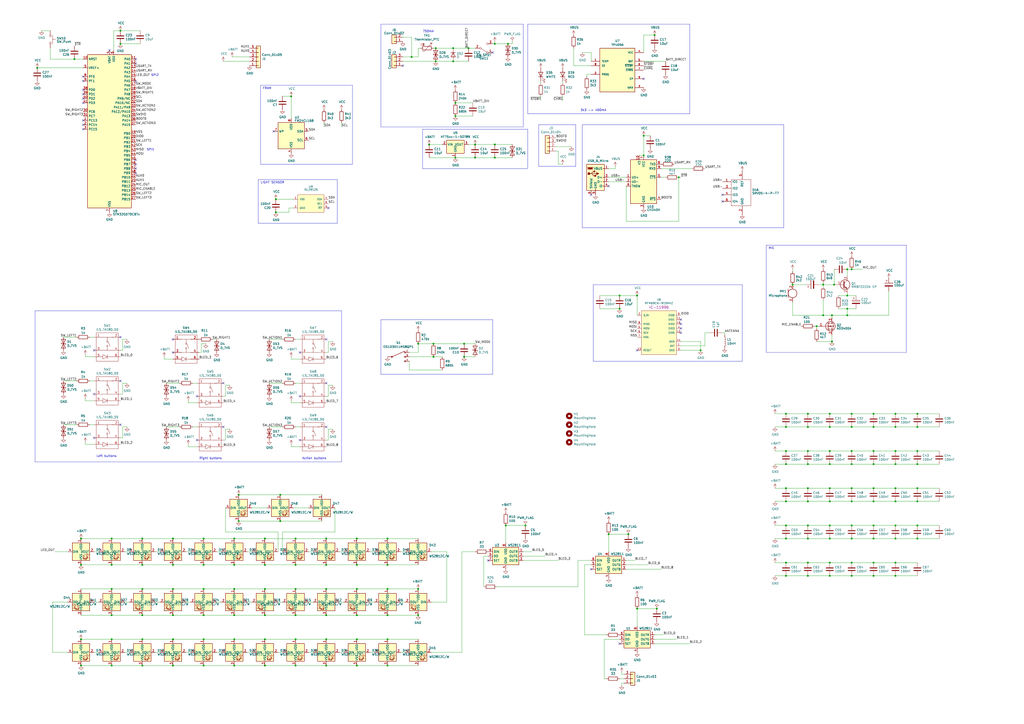
<source format=kicad_sch>
(kicad_sch (version 20230121) (generator eeschema)
  (paper "A2")
  (junction (at 153.67 386.08))
  (junction (at 64.77 341.63))
  (junction (at 64.77 356.87))
  (junction (at 506.73 312.42))
  (junction (at 519.43 334.01))
  (junction (at 468.63 334.01))
  (junction (at 294.64 25.4))
  (junction (at 118.11 312.42))
  (junction (at 271.78 27.94))
  (junction (at 118.11 327.66))
  (junction (at 494.03 240.03))
  (junction (at 519.43 326.39))
  (junction (at 455.93 312.42))
  (junction (at 64.77 370.84))
  (junction (at 287.02 83.82))
  (junction (at 189.23 386.08))
  (junction (at 506.73 247.65))
  (junction (at 82.55 356.87))
  (junction (at 153.67 312.42))
  (junction (at 135.89 370.84))
  (junction (at 171.45 370.84))
  (junction (at 153.67 341.63))
  (junction (at 477.52 165.1))
  (junction (at 251.46 207.01))
  (junction (at 252.73 35.56))
  (junction (at 153.67 370.84))
  (junction (at 189.23 356.87))
  (junction (at 207.01 356.87))
  (junction (at 455.93 261.62))
  (junction (at 207.01 312.42))
  (junction (at 46.99 370.84))
  (junction (at 168.91 55.88))
  (junction (at 494.03 156.21))
  (junction (at 468.63 326.39))
  (junction (at 468.63 304.8))
  (junction (at 262.89 27.94))
  (junction (at 135.89 386.08))
  (junction (at 494.03 290.83))
  (junction (at 264.16 67.31))
  (junction (at 242.57 356.87))
  (junction (at 171.45 327.66))
  (junction (at 82.55 327.66))
  (junction (at 69.85 17.78))
  (junction (at 379.73 20.32))
  (junction (at 491.49 182.88))
  (junction (at 473.71 189.23))
  (junction (at 506.73 269.24))
  (junction (at 494.03 261.62))
  (junction (at 224.79 370.84))
  (junction (at 224.79 341.63))
  (junction (at 189.23 370.84))
  (junction (at 82.55 386.08))
  (junction (at 483.87 165.1))
  (junction (at 135.89 327.66))
  (junction (at 242.57 199.39))
  (junction (at 64.77 312.42))
  (junction (at 262.89 35.56))
  (junction (at 21.59 39.37))
  (junction (at 82.55 370.84))
  (junction (at 364.49 309.88))
  (junction (at 82.55 341.63))
  (junction (at 481.33 326.39))
  (junction (at 224.79 327.66))
  (junction (at 519.43 304.8))
  (junction (at 46.99 327.66))
  (junction (at 494.03 283.21))
  (junction (at 171.45 356.87))
  (junction (at 207.01 370.84))
  (junction (at 481.33 290.83))
  (junction (at 494.03 247.65))
  (junction (at 242.57 341.63))
  (junction (at 494.03 304.8))
  (junction (at 135.89 341.63))
  (junction (at 224.79 386.08))
  (junction (at 481.33 283.21))
  (junction (at 275.59 91.44))
  (junction (at 275.59 83.82))
  (junction (at 494.03 312.42))
  (junction (at 519.43 261.62))
  (junction (at 455.93 247.65))
  (junction (at 468.63 247.65))
  (junction (at 369.57 171.45))
  (junction (at 162.56 302.26))
  (junction (at 506.73 326.39))
  (junction (at 171.45 312.42))
  (junction (at 100.33 341.63))
  (junction (at 304.8 304.8))
  (junction (at 153.67 327.66))
  (junction (at 491.49 179.07))
  (junction (at 207.01 327.66))
  (junction (at 506.73 290.83))
  (junction (at 393.7 102.87))
  (junction (at 224.79 356.87))
  (junction (at 519.43 247.65))
  (junction (at 160.02 115.57))
  (junction (at 532.13 304.8))
  (junction (at 359.41 179.07))
  (junction (at 455.93 334.01))
  (junction (at 135.89 312.42))
  (junction (at 481.33 269.24))
  (junction (at 468.63 240.03))
  (junction (at 160.02 123.19))
  (junction (at 532.13 240.03))
  (junction (at 46.99 386.08))
  (junction (at 506.73 240.03))
  (junction (at 171.45 386.08))
  (junction (at 251.46 199.39))
  (junction (at 481.33 240.03))
  (junction (at 532.13 290.83))
  (junction (at 481.33 334.01))
  (junction (at 381 353.06))
  (junction (at 455.93 283.21))
  (junction (at 468.63 312.42))
  (junction (at 468.63 269.24))
  (junction (at 269.24 199.39))
  (junction (at 455.93 304.8))
  (junction (at 64.77 386.08))
  (junction (at 373.38 90.17))
  (junction (at 46.99 312.42))
  (junction (at 64.77 327.66))
  (junction (at 353.06 309.88))
  (junction (at 248.92 83.82))
  (junction (at 506.73 261.62))
  (junction (at 468.63 261.62))
  (junction (at 532.13 283.21))
  (junction (at 455.93 240.03))
  (junction (at 482.6 182.88))
  (junction (at 519.43 269.24))
  (junction (at 481.33 304.8))
  (junction (at 477.52 182.88))
  (junction (at 455.93 269.24))
  (junction (at 238.76 33.02))
  (junction (at 82.55 312.42))
  (junction (at 118.11 341.63))
  (junction (at 481.33 247.65))
  (junction (at 369.57 353.06))
  (junction (at 532.13 312.42))
  (junction (at 506.73 334.01))
  (junction (at 138.43 302.26))
  (junction (at 153.67 356.87))
  (junction (at 207.01 386.08))
  (junction (at 519.43 240.03))
  (junction (at 481.33 261.62))
  (junction (at 207.01 341.63))
  (junction (at 224.79 312.42))
  (junction (at 494.03 269.24))
  (junction (at 506.73 304.8))
  (junction (at 252.73 27.94))
  (junction (at 519.43 312.42))
  (junction (at 264.16 59.69))
  (junction (at 491.49 171.45))
  (junction (at 100.33 386.08))
  (junction (at 506.73 283.21))
  (junction (at 171.45 341.63))
  (junction (at 189.23 312.42))
  (junction (at 162.56 287.02))
  (junction (at 532.13 261.62))
  (junction (at 138.43 287.02))
  (junction (at 468.63 283.21))
  (junction (at 373.38 78.74))
  (junction (at 494.03 334.01))
  (junction (at 491.49 156.21))
  (junction (at 468.63 290.83))
  (junction (at 482.6 198.12))
  (junction (at 118.11 370.84))
  (junction (at 189.23 327.66))
  (junction (at 118.11 356.87))
  (junction (at 100.33 356.87))
  (junction (at 359.41 171.45))
  (junction (at 406.4 203.2))
  (junction (at 100.33 327.66))
  (junction (at 532.13 269.24))
  (junction (at 135.89 356.87))
  (junction (at 455.93 326.39))
  (junction (at 69.85 25.4))
  (junction (at 118.11 386.08))
  (junction (at 100.33 312.42))
  (junction (at 287.02 25.4))
  (junction (at 455.93 290.83))
  (junction (at 459.74 165.1))
  (junction (at 100.33 370.84))
  (junction (at 287.02 91.44))
  (junction (at 519.43 290.83))
  (junction (at 43.18 34.29))
  (junction (at 532.13 247.65))
  (junction (at 494.03 326.39))
  (junction (at 269.24 207.01))
  (junction (at 481.33 312.42))
  (junction (at 293.37 304.8))
  (junction (at 189.23 341.63))
  (junction (at 519.43 283.21))
  (junction (at 264.16 91.44))
  (no_connect (at 190.5 120.65))
  (no_connect (at 394.97 190.5))
  (no_connect (at 69.85 220.98))
  (no_connect (at 48.26 72.39))
  (no_connect (at 353.06 107.95))
  (no_connect (at 48.26 52.07))
  (no_connect (at 54.61 254))
  (no_connect (at 48.26 46.99))
  (no_connect (at 54.61 203.2))
  (no_connect (at 419.1 116.84))
  (no_connect (at 54.61 228.6))
  (no_connect (at 114.3 229.87))
  (no_connect (at 63.5 29.21))
  (no_connect (at 189.23 247.65))
  (no_connect (at 394.97 185.42))
  (no_connect (at 129.54 247.65))
  (no_connect (at 48.26 44.45))
  (no_connect (at 48.26 74.93))
  (no_connect (at 359.41 373.38))
  (no_connect (at 100.33 196.85))
  (no_connect (at 78.74 46.99))
  (no_connect (at 369.57 203.2))
  (no_connect (at 394.97 187.96))
  (no_connect (at 48.26 69.85))
  (no_connect (at 78.74 95.25))
  (no_connect (at 48.26 54.61))
  (no_connect (at 283.21 325.12))
  (no_connect (at 78.74 36.83))
  (no_connect (at 48.26 59.69))
  (no_connect (at 189.23 196.85))
  (no_connect (at 373.38 45.72))
  (no_connect (at 69.85 246.38))
  (no_connect (at 173.99 255.27))
  (no_connect (at 342.9 113.03))
  (no_connect (at 114.3 255.27))
  (no_connect (at 78.74 97.79))
  (no_connect (at 419.1 113.03))
  (no_connect (at 342.9 330.2))
  (no_connect (at 78.74 34.29))
  (no_connect (at 78.74 100.33))
  (no_connect (at 69.85 195.58))
  (no_connect (at 48.26 57.15))
  (no_connect (at 78.74 92.71))
  (no_connect (at 285.75 30.48))
  (no_connect (at 394.97 193.04))
  (no_connect (at 173.99 229.87))
  (no_connect (at 100.33 204.47))
  (no_connect (at 233.68 38.1))
  (no_connect (at 173.99 204.47))
  (no_connect (at 189.23 222.25))
  (no_connect (at 129.54 222.25))
  (no_connect (at 158.75 76.2))
  (wire (pts (xy 193.04 248.92) (xy 190.5 248.92)))
  (wire (pts (xy 477.52 173.99) (xy 477.52 182.88)))
  (wire (pts (xy 369.57 182.88) (xy 369.57 171.45)))
  (wire (pts (xy 224.79 341.63) (xy 207.01 341.63)))
  (wire (pts (xy 373.38 20.32) (xy 379.73 20.32)))
  (wire (pts (xy 189.23 386.08) (xy 171.45 386.08)))
  (wire (pts (xy 82.55 327.66) (xy 64.77 327.66)))
  (wire (pts (xy 234.95 349.25) (xy 232.41 349.25)))
  (wire (pts (xy 449.58 326.39) (xy 455.93 326.39)))
  (wire (pts (xy 359.41 179.07) (xy 347.98 179.07)))
  (wire (pts (xy 468.63 283.21) (xy 481.33 283.21)))
  (wire (pts (xy 377.19 78.74) (xy 373.38 78.74)))
  (wire (pts (xy 532.13 247.65) (xy 544.83 247.65)))
  (wire (pts (xy 161.29 320.04) (xy 161.29 308.61)))
  (wire (pts (xy 187.96 71.12) (xy 187.96 73.66)))
  (wire (pts (xy 340.36 44.45) (xy 340.36 43.18)))
  (wire (pts (xy 92.71 349.25) (xy 90.17 349.25)))
  (polyline (pts (xy 444.5 204.47) (xy 444.5 142.24)))
  (polyline (pts (xy 400.05 13.97) (xy 400.05 66.04)))
  (wire (pts (xy 280.67 322.58) (xy 280.67 340.36)))
  (wire (pts (xy 326.39 48.26) (xy 326.39 46.99)))
  (wire (pts (xy 168.91 207.01) (xy 168.91 208.28)))
  (wire (pts (xy 100.33 312.42) (xy 118.11 312.42)))
  (wire (pts (xy 259.08 320.04) (xy 259.08 349.25)))
  (wire (pts (xy 468.63 269.24) (xy 481.33 269.24)))
  (wire (pts (xy 356.87 96.52) (xy 356.87 97.79)))
  (wire (pts (xy 532.13 312.42) (xy 544.83 312.42)))
  (polyline (pts (xy 204.47 95.25) (xy 204.47 49.53)))
  (wire (pts (xy 297.18 24.13) (xy 297.18 25.4)))
  (wire (pts (xy 224.79 356.87) (xy 242.57 356.87)))
  (polyline (pts (xy 149.86 104.14) (xy 149.86 129.54)))
  (wire (pts (xy 506.73 312.42) (xy 519.43 312.42)))
  (polyline (pts (xy 195.58 129.54) (xy 149.86 129.54)))
  (wire (pts (xy 481.33 312.42) (xy 494.03 312.42)))
  (wire (pts (xy 168.91 208.28) (xy 173.99 208.28)))
  (wire (pts (xy 323.85 95.25) (xy 323.85 87.63)))
  (wire (pts (xy 162.56 302.26) (xy 186.69 302.26)))
  (wire (pts (xy 251.46 207.01) (xy 237.49 207.01)))
  (wire (pts (xy 383.54 97.79) (xy 401.32 97.79)))
  (wire (pts (xy 171.45 386.08) (xy 153.67 386.08)))
  (wire (pts (xy 269.24 199.39) (xy 275.59 199.39)))
  (polyline (pts (xy 444.5 142.24) (xy 525.78 142.24)))
  (wire (pts (xy 238.76 33.02) (xy 242.57 33.02)))
  (wire (pts (xy 232.41 378.46) (xy 234.95 378.46)))
  (wire (pts (xy 49.53 207.01) (xy 54.61 207.01)))
  (wire (pts (xy 455.93 290.83) (xy 468.63 290.83)))
  (wire (pts (xy 250.19 378.46) (xy 267.97 378.46)))
  (wire (pts (xy 455.93 269.24) (xy 468.63 269.24)))
  (wire (pts (xy 250.19 320.04) (xy 259.08 320.04)))
  (wire (pts (xy 100.33 370.84) (xy 118.11 370.84)))
  (wire (pts (xy 130.81 229.87) (xy 129.54 229.87)))
  (wire (pts (xy 356.87 97.79) (xy 353.06 97.79)))
  (wire (pts (xy 459.74 156.21) (xy 459.74 157.48)))
  (polyline (pts (xy 337.82 72.39) (xy 337.82 132.08)))
  (wire (pts (xy 73.66 247.65) (xy 71.12 247.65)))
  (wire (pts (xy 393.7 102.87) (xy 394.97 102.87)))
  (polyline (pts (xy 20.32 180.34) (xy 198.12 180.34)))
  (wire (pts (xy 408.94 200.66) (xy 394.97 200.66)))
  (wire (pts (xy 275.59 91.44) (xy 287.02 91.44)))
  (polyline (pts (xy 306.07 66.04) (xy 400.05 66.04)))
  (wire (pts (xy 69.85 25.4) (xy 81.28 25.4)))
  (wire (pts (xy 491.49 171.45) (xy 496.57 171.45)))
  (wire (pts (xy 468.63 290.83) (xy 481.33 290.83)))
  (wire (pts (xy 171.45 327.66) (xy 153.67 327.66)))
  (wire (pts (xy 167.64 120.65) (xy 167.64 123.19)))
  (wire (pts (xy 66.04 17.78) (xy 66.04 29.21)))
  (wire (pts (xy 468.63 240.03) (xy 481.33 240.03)))
  (wire (pts (xy 360.68 396.24) (xy 361.95 396.24)))
  (wire (pts (xy 52.07 195.58) (xy 54.61 195.58)))
  (wire (pts (xy 52.07 220.98) (xy 54.61 220.98)))
  (wire (pts (xy 171.45 247.65) (xy 173.99 247.65)))
  (wire (pts (xy 494.03 312.42) (xy 506.73 312.42)))
  (wire (pts (xy 57.15 349.25) (xy 54.61 349.25)))
  (wire (pts (xy 72.39 320.04) (xy 74.93 320.04)))
  (wire (pts (xy 274.32 67.31) (xy 264.16 67.31)))
  (wire (pts (xy 95.25 207.01) (xy 95.25 208.28)))
  (wire (pts (xy 71.12 228.6) (xy 69.85 228.6)))
  (wire (pts (xy 481.33 247.65) (xy 494.03 247.65)))
  (wire (pts (xy 123.19 196.85) (xy 125.73 196.85)))
  (wire (pts (xy 267.97 378.46) (xy 267.97 320.04)))
  (wire (pts (xy 107.95 320.04) (xy 110.49 320.04)))
  (wire (pts (xy 107.95 378.46) (xy 110.49 378.46)))
  (wire (pts (xy 49.53 232.41) (xy 54.61 232.41)))
  (wire (pts (xy 116.84 204.47) (xy 115.57 204.47)))
  (wire (pts (xy 491.49 156.21) (xy 491.49 160.02)))
  (polyline (pts (xy 344.17 165.1) (xy 430.53 165.1)))
  (wire (pts (xy 259.08 349.25) (xy 250.19 349.25)))
  (wire (pts (xy 119.38 199.39) (xy 116.84 199.39)))
  (wire (pts (xy 109.22 257.81) (xy 109.22 259.08)))
  (wire (pts (xy 36.83 246.38) (xy 44.45 246.38)))
  (wire (pts (xy 350.52 370.84) (xy 359.41 370.84)))
  (wire (pts (xy 363.22 330.2) (xy 383.54 330.2)))
  (wire (pts (xy 455.93 261.62) (xy 468.63 261.62)))
  (wire (pts (xy 373.38 78.74) (xy 373.38 90.17)))
  (wire (pts (xy 455.93 304.8) (xy 468.63 304.8)))
  (wire (pts (xy 110.49 349.25) (xy 107.95 349.25)))
  (wire (pts (xy 71.12 247.65) (xy 71.12 254)))
  (wire (pts (xy 54.61 378.46) (xy 57.15 378.46)))
  (wire (pts (xy 179.07 378.46) (xy 181.61 378.46)))
  (wire (pts (xy 224.79 386.08) (xy 207.01 386.08)))
  (wire (pts (xy 130.81 223.52) (xy 130.81 229.87)))
  (wire (pts (xy 138.43 302.26) (xy 162.56 302.26)))
  (wire (pts (xy 473.71 189.23) (xy 474.98 189.23)))
  (wire (pts (xy 82.55 312.42) (xy 100.33 312.42)))
  (wire (pts (xy 242.57 341.63) (xy 224.79 341.63)))
  (wire (pts (xy 481.33 304.8) (xy 494.03 304.8)))
  (wire (pts (xy 494.03 247.65) (xy 506.73 247.65)))
  (wire (pts (xy 353.06 105.41) (xy 363.22 105.41)))
  (wire (pts (xy 207.01 341.63) (xy 189.23 341.63)))
  (wire (pts (xy 459.74 182.88) (xy 459.74 175.26)))
  (wire (pts (xy 30.48 349.25) (xy 39.37 349.25)))
  (wire (pts (xy 360.68 389.89) (xy 360.68 391.16)))
  (polyline (pts (xy 344.17 209.55) (xy 344.17 165.1)))
  (wire (pts (xy 30.48 349.25) (xy 30.48 378.46)))
  (wire (pts (xy 193.04 223.52) (xy 190.5 223.52)))
  (wire (pts (xy 171.45 341.63) (xy 153.67 341.63)))
  (wire (pts (xy 207.01 312.42) (xy 224.79 312.42)))
  (wire (pts (xy 52.07 246.38) (xy 54.61 246.38)))
  (wire (pts (xy 64.77 356.87) (xy 82.55 356.87)))
  (wire (pts (xy 313.69 48.26) (xy 313.69 46.99)))
  (wire (pts (xy 337.82 30.48) (xy 342.9 30.48)))
  (polyline (pts (xy 285.75 217.17) (xy 285.75 185.42)))
  (wire (pts (xy 455.93 240.03) (xy 468.63 240.03)))
  (wire (pts (xy 46.99 356.87) (xy 64.77 356.87)))
  (wire (pts (xy 153.67 356.87) (xy 171.45 356.87)))
  (wire (pts (xy 232.41 320.04) (xy 234.95 320.04)))
  (wire (pts (xy 125.73 320.04) (xy 128.27 320.04)))
  (wire (pts (xy 189.23 327.66) (xy 171.45 327.66)))
  (wire (pts (xy 339.09 368.3) (xy 351.79 368.3)))
  (wire (pts (xy 74.93 349.25) (xy 72.39 349.25)))
  (wire (pts (xy 455.93 312.42) (xy 468.63 312.42)))
  (polyline (pts (xy 400.05 13.97) (xy 306.07 13.97)))
  (wire (pts (xy 326.39 95.25) (xy 323.85 95.25)))
  (wire (pts (xy 82.55 341.63) (xy 64.77 341.63)))
  (wire (pts (xy 449.58 261.62) (xy 455.93 261.62)))
  (wire (pts (xy 156.21 196.85) (xy 163.83 196.85)))
  (wire (pts (xy 189.23 356.87) (xy 207.01 356.87)))
  (wire (pts (xy 43.18 34.29) (xy 48.26 34.29)))
  (wire (pts (xy 143.51 320.04) (xy 146.05 320.04)))
  (wire (pts (xy 156.21 222.25) (xy 163.83 222.25)))
  (wire (pts (xy 46.99 312.42) (xy 64.77 312.42)))
  (wire (pts (xy 135.89 370.84) (xy 153.67 370.84)))
  (wire (pts (xy 224.79 370.84) (xy 242.57 370.84)))
  (wire (pts (xy 532.13 304.8) (xy 544.83 304.8)))
  (wire (pts (xy 242.57 386.08) (xy 224.79 386.08)))
  (wire (pts (xy 133.35 248.92) (xy 130.81 248.92)))
  (wire (pts (xy 90.17 320.04) (xy 92.71 320.04)))
  (wire (pts (xy 275.59 83.82) (xy 271.78 83.82)))
  (wire (pts (xy 168.91 259.08) (xy 173.99 259.08)))
  (wire (pts (xy 171.45 356.87) (xy 189.23 356.87)))
  (wire (pts (xy 171.45 196.85) (xy 173.99 196.85)))
  (wire (pts (xy 168.91 233.68) (xy 173.99 233.68)))
  (wire (pts (xy 133.35 223.52) (xy 130.81 223.52)))
  (wire (pts (xy 406.4 198.12) (xy 406.4 203.2)))
  (wire (pts (xy 482.6 182.88) (xy 491.49 182.88)))
  (polyline (pts (xy 198.12 180.34) (xy 198.12 267.97)))
  (wire (pts (xy 271.78 27.94) (xy 275.59 27.94)))
  (wire (pts (xy 96.52 222.25) (xy 104.14 222.25)))
  (wire (pts (xy 477.52 163.83) (xy 477.52 165.1)))
  (wire (pts (xy 267.97 320.04) (xy 275.59 320.04)))
  (wire (pts (xy 494.03 240.03) (xy 506.73 240.03)))
  (wire (pts (xy 100.33 327.66) (xy 82.55 327.66)))
  (wire (pts (xy 491.49 179.07) (xy 491.49 182.88)))
  (wire (pts (xy 190.5 255.27) (xy 189.23 255.27)))
  (wire (pts (xy 494.03 290.83) (xy 506.73 290.83)))
  (wire (pts (xy 95.25 208.28) (xy 100.33 208.28)))
  (wire (pts (xy 449.58 334.01) (xy 455.93 334.01)))
  (wire (pts (xy 46.99 370.84) (xy 64.77 370.84)))
  (wire (pts (xy 207.01 356.87) (xy 224.79 356.87)))
  (wire (pts (xy 449.58 240.03) (xy 455.93 240.03)))
  (polyline (pts (xy 220.98 185.42) (xy 285.75 185.42)))
  (wire (pts (xy 323.85 87.63) (xy 322.58 87.63)))
  (wire (pts (xy 130.81 255.27) (xy 129.54 255.27)))
  (wire (pts (xy 481.33 326.39) (xy 494.03 326.39)))
  (wire (pts (xy 168.91 55.88) (xy 168.91 68.58)))
  (wire (pts (xy 163.83 349.25) (xy 161.29 349.25)))
  (wire (pts (xy 481.33 290.83) (xy 494.03 290.83)))
  (wire (pts (xy 262.89 27.94) (xy 271.78 27.94)))
  (wire (pts (xy 109.22 232.41) (xy 109.22 233.68)))
  (wire (pts (xy 130.81 248.92) (xy 130.81 255.27)))
  (wire (pts (xy 532.13 240.03) (xy 544.83 240.03)))
  (wire (pts (xy 82.55 370.84) (xy 100.33 370.84)))
  (wire (pts (xy 494.03 334.01) (xy 506.73 334.01)))
  (wire (pts (xy 360.68 391.16) (xy 361.95 391.16)))
  (wire (pts (xy 130.81 308.61) (xy 130.81 294.64)))
  (wire (pts (xy 293.37 304.8) (xy 293.37 314.96)))
  (wire (pts (xy 21.59 39.37) (xy 48.26 39.37)))
  (wire (pts (xy 477.52 182.88) (xy 459.74 182.88)))
  (wire (pts (xy 519.43 247.65) (xy 532.13 247.65)))
  (wire (pts (xy 163.83 308.61) (xy 163.83 320.04)))
  (wire (pts (xy 519.43 261.62) (xy 532.13 261.62)))
  (wire (pts (xy 190.5 223.52) (xy 190.5 229.87)))
  (wire (pts (xy 24.13 17.78) (xy 29.21 17.78)))
  (wire (pts (xy 303.53 320.04) (xy 308.61 320.04)))
  (polyline (pts (xy 306.07 74.93) (xy 306.07 97.79)))
  (wire (pts (xy 69.85 203.2) (xy 71.12 203.2)))
  (wire (pts (xy 335.28 340.36) (xy 335.28 325.12)))
  (wire (pts (xy 482.6 182.88) (xy 477.52 182.88)))
  (wire (pts (xy 379.73 368.3) (xy 384.81 368.3)))
  (wire (pts (xy 156.21 247.65) (xy 163.83 247.65)))
  (wire (pts (xy 82.55 356.87) (xy 100.33 356.87)))
  (wire (pts (xy 363.22 128.27) (xy 363.22 107.95)))
  (wire (pts (xy 237.49 214.63) (xy 237.49 209.55)))
  (wire (pts (xy 519.43 334.01) (xy 532.13 334.01)))
  (wire (pts (xy 64.77 327.66) (xy 46.99 327.66)))
  (wire (pts (xy 186.69 287.02) (xy 162.56 287.02)))
  (wire (pts (xy 408.94 193.04) (xy 408.94 200.66)))
  (wire (pts (xy 190.5 204.47) (xy 190.5 198.12)))
  (wire (pts (xy 36.83 220.98) (xy 44.45 220.98)))
  (polyline (pts (xy 245.11 74.93) (xy 306.07 74.93)))
  (wire (pts (xy 481.33 261.62) (xy 494.03 261.62)))
  (polyline (pts (xy 312.42 96.52) (xy 312.42 72.39)))
  (polyline (pts (xy 220.98 13.97) (xy 220.98 73.66)))
  (wire (pts (xy 207.01 386.08) (xy 189.23 386.08)))
  (wire (pts (xy 90.17 378.46) (xy 92.71 378.46)))
  (wire (pts (xy 111.76 222.25) (xy 114.3 222.25)))
  (wire (pts (xy 392.43 370.84) (xy 379.73 370.84)))
  (wire (pts (xy 161.29 308.61) (xy 130.81 308.61)))
  (polyline (pts (xy 220.98 217.17) (xy 285.75 217.17)))
  (wire (pts (xy 483.87 156.21) (xy 483.87 165.1)))
  (wire (pts (xy 473.71 198.12) (xy 482.6 198.12)))
  (wire (pts (xy 69.85 17.78) (xy 81.28 17.78)))
  (wire (pts (xy 393.7 128.27) (xy 363.22 128.27)))
  (wire (pts (xy 297.18 83.82) (xy 287.02 83.82)))
  (wire (pts (xy 274.32 59.69) (xy 264.16 59.69)))
  (wire (pts (xy 287.02 25.4) (xy 294.64 25.4)))
  (wire (pts (xy 160.02 115.57) (xy 170.18 115.57)))
  (wire (pts (xy 196.85 378.46) (xy 199.39 378.46)))
  (wire (pts (xy 242.57 27.94) (xy 242.57 33.02)))
  (wire (pts (xy 135.89 386.08) (xy 118.11 386.08)))
  (wire (pts (xy 214.63 378.46) (xy 217.17 378.46)))
  (wire (pts (xy 134.62 33.02) (xy 144.78 33.02)))
  (wire (pts (xy 459.74 165.1) (xy 467.36 165.1)))
  (wire (pts (xy 506.73 247.65) (xy 519.43 247.65)))
  (polyline (pts (xy 334.01 96.52) (xy 312.42 96.52)))
  (wire (pts (xy 64.77 341.63) (xy 46.99 341.63)))
  (wire (pts (xy 118.11 327.66) (xy 100.33 327.66)))
  (wire (pts (xy 163.83 55.88) (xy 168.91 55.88)))
  (wire (pts (xy 506.73 304.8) (xy 519.43 304.8)))
  (wire (pts (xy 128.27 349.25) (xy 125.73 349.25)))
  (polyline (pts (xy 151.13 49.53) (xy 151.13 95.25)))
  (wire (pts (xy 71.12 254) (xy 69.85 254)))
  (wire (pts (xy 72.39 378.46) (xy 74.93 378.46)))
  (wire (pts (xy 109.22 233.68) (xy 114.3 233.68)))
  (wire (pts (xy 449.58 283.21) (xy 455.93 283.21)))
  (polyline (pts (xy 337.82 132.08) (xy 454.66 132.08)))
  (wire (pts (xy 532.13 261.62) (xy 544.83 261.62)))
  (wire (pts (xy 181.61 349.25) (xy 179.07 349.25)))
  (wire (pts (xy 293.37 304.8) (xy 304.8 304.8)))
  (wire (pts (xy 361.95 393.7) (xy 359.41 393.7)))
  (wire (pts (xy 481.33 283.21) (xy 494.03 283.21)))
  (wire (pts (xy 167.64 123.19) (xy 160.02 123.19)))
  (wire (pts (xy 420.37 193.04) (xy 420.37 194.31)))
  (wire (pts (xy 275.59 91.44) (xy 264.16 91.44)))
  (wire (pts (xy 455.93 247.65) (xy 468.63 247.65)))
  (wire (pts (xy 251.46 199.39) (xy 242.57 199.39)))
  (wire (pts (xy 207.01 370.84) (xy 224.79 370.84)))
  (wire (pts (xy 482.6 184.15) (xy 482.6 182.88)))
  (wire (pts (xy 373.38 30.48) (xy 373.38 20.32)))
  (wire (pts (xy 532.13 290.83) (xy 544.83 290.83)))
  (wire (pts (xy 494.03 269.24) (xy 506.73 269.24)))
  (wire (pts (xy 519.43 283.21) (xy 532.13 283.21)))
  (polyline (pts (xy 151.13 49.53) (xy 204.47 49.53)))
  (wire (pts (xy 375.92 327.66) (xy 363.22 327.66)))
  (wire (pts (xy 449.58 290.83) (xy 455.93 290.83)))
  (wire (pts (xy 335.28 325.12) (xy 342.9 325.12)))
  (wire (pts (xy 515.62 182.88) (xy 515.62 168.91)))
  (wire (pts (xy 287.02 25.4) (xy 287.02 24.13)))
  (wire (pts (xy 519.43 312.42) (xy 532.13 312.42)))
  (wire (pts (xy 190.5 248.92) (xy 190.5 255.27)))
  (polyline (pts (xy 220.98 185.42) (xy 220.98 217.17)))
  (polyline (pts (xy 245.11 97.79) (xy 306.07 97.79)))
  (wire (pts (xy 481.33 269.24) (xy 494.03 269.24)))
  (wire (pts (xy 370.84 90.17) (xy 373.38 90.17)))
  (wire (pts (xy 233.68 33.02) (xy 238.76 33.02)))
  (wire (pts (xy 252.73 27.94) (xy 262.89 27.94)))
  (wire (pts (xy 313.69 58.42) (xy 313.69 55.88)))
  (wire (pts (xy 256.54 214.63) (xy 237.49 214.63)))
  (wire (pts (xy 340.36 43.18) (xy 342.9 43.18)))
  (wire (pts (xy 494.03 326.39) (xy 506.73 326.39)))
  (wire (pts (xy 153.67 327.66) (xy 135.89 327.66)))
  (polyline (pts (xy 20.32 267.97) (xy 198.12 267.97)))
  (wire (pts (xy 49.53 205.74) (xy 49.53 207.01)))
  (wire (pts (xy 242.57 204.47) (xy 237.49 204.47)))
  (wire (pts (xy 342.9 30.48) (xy 342.9 35.56)))
  (polyline (pts (xy 525.78 142.24) (xy 525.78 204.47)))
  (wire (pts (xy 100.33 386.08) (xy 82.55 386.08)))
  (wire (pts (xy 71.12 222.25) (xy 71.12 228.6)))
  (wire (pts (xy 118.11 386.08) (xy 100.33 386.08)))
  (wire (pts (xy 468.63 261.62) (xy 481.33 261.62)))
  (wire (pts (xy 233.68 21.59) (xy 238.76 21.59)))
  (wire (pts (xy 64.77 386.08) (xy 46.99 386.08)))
  (wire (pts (xy 207.01 327.66) (xy 189.23 327.66)))
  (wire (pts (xy 171.45 312.42) (xy 189.23 312.42)))
  (wire (pts (xy 49.53 231.14) (xy 49.53 232.41)))
  (wire (pts (xy 29.21 34.29) (xy 29.21 27.94)))
  (wire (pts (xy 353.06 102.87) (xy 363.22 102.87)))
  (wire (pts (xy 481.33 334.01) (xy 494.03 334.01)))
  (wire (pts (xy 135.89 312.42) (xy 153.67 312.42)))
  (wire (pts (xy 129.54 35.56) (xy 144.78 35.56)))
  (wire (pts (xy 406.4 203.2) (xy 394.97 203.2)))
  (polyline (pts (xy 337.82 72.39) (xy 454.66 72.39)))
  (polyline (pts (xy 220.98 13.97) (xy 303.53 13.97)))
  (wire (pts (xy 455.93 283.21) (xy 468.63 283.21)))
  (wire (pts (xy 494.03 156.21) (xy 500.38 156.21)))
  (wire (pts (xy 494.03 283.21) (xy 506.73 283.21)))
  (wire (pts (xy 288.29 340.36) (xy 335.28 340.36)))
  (polyline (pts (xy 430.53 209.55) (xy 430.53 165.1)))
  (wire (pts (xy 449.58 312.42) (xy 455.93 312.42)))
  (wire (pts (xy 146.05 349.25) (xy 143.51 349.25)))
  (wire (pts (xy 285.75 25.4) (xy 287.02 25.4)))
  (polyline (pts (xy 334.01 72.39) (xy 334.01 96.52)))
  (wire (pts (xy 297.18 25.4) (xy 294.64 25.4)))
  (wire (pts (xy 506.73 269.24) (xy 519.43 269.24)))
  (polyline (pts (xy 454.66 132.08) (xy 454.66 72.39)))
  (wire (pts (xy 486.41 171.45) (xy 491.49 171.45)))
  (wire (pts (xy 411.48 193.04) (xy 408.94 193.04)))
  (wire (pts (xy 287.02 83.82) (xy 275.59 83.82)))
  (wire (pts (xy 64.77 370.84) (xy 82.55 370.84)))
  (wire (pts (xy 506.73 290.83) (xy 519.43 290.83)))
  (wire (pts (xy 482.6 194.31) (xy 482.6 198.12)))
  (wire (pts (xy 30.48 378.46) (xy 39.37 378.46)))
  (wire (pts (xy 118.11 312.42) (xy 135.89 312.42)))
  (wire (pts (xy 111.76 247.65) (xy 114.3 247.65)))
  (wire (pts (xy 217.17 349.25) (xy 214.63 349.25)))
  (wire (pts (xy 339.09 327.66) (xy 342.9 327.66)))
  (wire (pts (xy 143.51 378.46) (xy 146.05 378.46)))
  (wire (pts (xy 468.63 326.39) (xy 481.33 326.39)))
  (wire (pts (xy 506.73 240.03) (xy 519.43 240.03)))
  (wire (pts (xy 342.9 38.1) (xy 332.74 38.1)))
  (wire (pts (xy 468.63 312.42) (xy 481.33 312.42)))
  (wire (pts (xy 64.77 312.42) (xy 82.55 312.42)))
  (wire (pts (xy 242.57 27.94) (xy 243.84 27.94)))
  (wire (pts (xy 252.73 35.56) (xy 262.89 35.56)))
  (wire (pts (xy 29.21 34.29) (xy 43.18 34.29)))
  (wire (pts (xy 316.23 322.58) (xy 303.53 322.58)))
  (wire (pts (xy 100.33 356.87) (xy 118.11 356.87)))
  (wire (pts (xy 360.68 397.51) (xy 360.68 396.24)))
  (polyline (pts (xy 245.11 97.79) (xy 245.11 74.93)))
  (wire (pts (xy 303.53 325.12) (xy 323.85 325.12)))
  (wire (pts (xy 394.97 198.12) (xy 406.4 198.12)))
  (polyline (pts (xy 312.42 72.39) (xy 334.01 72.39)))
  (wire (pts (xy 190.5 229.87) (xy 189.23 229.87)))
  (wire (pts (xy 494.03 261.62) (xy 506.73 261.62)))
  (wire (pts (xy 519.43 290.83) (xy 532.13 290.83)))
  (wire (pts (xy 271.78 35.56) (xy 262.89 35.56)))
  (wire (pts (xy 506.73 334.01) (xy 519.43 334.01)))
  (wire (pts (xy 326.39 58.42) (xy 326.39 55.88)))
  (wire (pts (xy 280.67 322.58) (xy 283.21 322.58)))
  (polyline (pts (xy 151.13 95.25) (xy 204.47 95.25)))
  (wire (pts (xy 369.57 353.06) (xy 369.57 363.22)))
  (wire (pts (xy 49.53 257.81) (xy 54.61 257.81)))
  (wire (pts (xy 171.45 222.25) (xy 173.99 222.25)))
  (wire (pts (xy 189.23 370.84) (xy 207.01 370.84)))
  (wire (pts (xy 153.67 370.84) (xy 171.45 370.84)))
  (polyline (pts (xy 303.53 73.66) (xy 303.53 13.97)))
  (wire (pts (xy 238.76 21.59) (xy 238.76 33.02)))
  (wire (pts (xy 369.57 171.45) (xy 359.41 171.45)))
  (wire (pts (xy 386.08 35.56) (xy 373.38 35.56)))
  (wire (pts (xy 468.63 334.01) (xy 481.33 334.01)))
  (wire (pts (xy 339.09 327.66) (xy 339.09 368.3)))
  (wire (pts (xy 153.67 386.08) (xy 135.89 386.08)))
  (wire (pts (xy 419.1 193.04) (xy 420.37 193.04)))
  (wire (pts (xy 347.98 171.45) (xy 359.41 171.45)))
  (wire (pts (xy 190.5 198.12) (xy 193.04 198.12)))
  (wire (pts (xy 350.52 393.7) (xy 350.52 370.84)))
  (wire (pts (xy 31.75 320.04) (xy 39.37 320.04)))
  (wire (pts (xy 242.57 327.66) (xy 224.79 327.66)))
  (polyline (pts (xy 195.58 104.14) (xy 195.58 129.54)))
  (wire (pts (xy 491.49 170.18) (xy 491.49 171.45)))
  (wire (pts (xy 248.92 83.82) (xy 256.54 83.82)))
  (wire (pts (xy 189.23 341.63) (xy 171.45 341.63)))
  (wire (pts (xy 353.06 309.88) (xy 353.06 320.04)))
  (wire (pts (xy 109.22 259.08) (xy 114.3 259.08)))
  (wire (pts (xy 153.67 341.63) (xy 135.89 341.63)))
  (wire (pts (xy 179.07 320.04) (xy 181.61 320.04)))
  (wire (pts (xy 269.24 207.01) (xy 275.59 207.01)))
  (wire (pts (xy 96.52 247.65) (xy 104.14 247.65)))
  (wire (pts (xy 189.23 312.42) (xy 207.01 312.42)))
  (wire (pts (xy 224.79 327.66) (xy 207.01 327.66)))
  (wire (pts (xy 100.33 341.63) (xy 82.55 341.63)))
  (polyline (pts (xy 20.32 180.34) (xy 20.32 267.97)))
  (wire (pts (xy 170.18 294.64) (xy 179.07 294.64)))
  (wire (pts (xy 477.52 165.1) (xy 477.52 166.37)))
  (wire (pts (xy 199.39 349.25) (xy 196.85 349.25)))
  (wire (pts (xy 168.91 257.81) (xy 168.91 259.08)))
  (wire (pts (xy 194.31 294.64) (xy 194.31 308.61)))
  (wire (pts (xy 506.73 283.21) (xy 519.43 283.21)))
  (wire (pts (xy 519.43 304.8) (xy 532.13 304.8)))
  (wire (pts (xy 251.46 207.01) (xy 256.54 207.01)))
  (wire (pts (xy 379.73 373.38) (xy 400.05 373.38)))
  (wire (pts (xy 532.13 269.24) (xy 544.83 269.24)))
  (wire (pts (xy 519.43 269.24) (xy 532.13 269.24)))
  (wire (pts (xy 242.57 199.39) (xy 242.57 204.47)))
  (wire (pts (xy 146.05 294.64) (xy 154.94 294.64)))
  (wire (pts (xy 519.43 326.39) (xy 532.13 326.39)))
  (wire (pts (xy 491.49 156.21) (xy 494.03 156.21)))
  (wire (pts (xy 332.74 38.1) (xy 332.74 27.94)))
  (wire (pts (xy 519.43 240.03) (xy 532.13 240.03)))
  (polyline (pts (xy 306.07 66.04) (xy 306.07 13.97)))
  (wire (pts (xy 494.03 304.8) (xy 506.73 304.8)))
  (wire (pts (xy 196.85 320.04) (xy 199.39 320.04)))
  (wire (pts (xy 506.73 326.39) (xy 519.43 326.39)))
  (wire (pts (xy 468.63 247.65) (xy 481.33 247.65)))
  (wire (pts (xy 449.58 304.8) (xy 455.93 304.8)))
  (wire (pts (xy 118.11 370.84) (xy 135.89 370.84)))
  (polyline (pts (xy 220.98 73.66) (xy 303.53 73.66)))
  (wire (pts (xy 287.02 91.44) (xy 297.18 91.44)))
  (wire (pts (xy 125.73 378.46) (xy 128.27 378.46)))
  (wire (pts (xy 194.31 308.61) (xy 163.83 308.61)))
  (wire (pts (xy 383.54 102.87) (xy 386.08 102.87)))
  (polyline (pts (xy 344.17 209.55) (xy 430.53 209.55)))
  (wire (pts (xy 224.79 312.42) (xy 242.57 312.42)))
  (wire (pts (xy 233.68 35.56) (xy 252.73 35.56)))
  (wire (pts (xy 353.06 309.88) (xy 364.49 309.88)))
  (wire (pts (xy 369.57 353.06) (xy 381 353.06)))
  (wire (pts (xy 73.66 222.25) (xy 71.12 222.25)))
  (wire (pts (xy 481.33 240.03) (xy 494.03 240.03)))
  (wire (pts (xy 251.46 27.94) (xy 252.73 27.94)))
  (wire (pts (xy 71.12 196.85) (xy 73.66 196.85)))
  (wire (pts (xy 486.41 179.07) (xy 491.49 179.07)))
  (wire (pts (xy 71.12 203.2) (xy 71.12 196.85)))
  (wire (pts (xy 118.11 356.87) (xy 135.89 356.87)))
  (wire (pts (xy 135.89 327.66) (xy 118.11 327.66)))
  (wire (pts (xy 171.45 370.84) (xy 189.23 370.84)))
  (polyline (pts (xy 149.86 104.14) (xy 195.58 104.14)))
  (wire (pts (xy 161.29 378.46) (xy 163.83 378.46)))
  (wire (pts (xy 477.52 165.1) (xy 483.87 165.1)))
  (wire (pts (xy 170.18 120.65) (xy 167.64 120.65)))
  (wire (pts (xy 162.56 287.02) (xy 138.43 287.02)))
  (wire (pts (xy 491.49 182.88) (xy 515.62 182.88)))
  (wire (pts (xy 153.67 312.42) (xy 171.45 312.42)))
  (wire (pts (xy 331.47 85.09) (xy 322.58 85.09)))
  (wire (pts (xy 449.58 269.24) (xy 455.93 269.24)))
  (wire (pts (xy 532.13 283.21) (xy 544.83 283.21)))
  (wire (pts (xy 455.93 326.39) (xy 468.63 326.39)))
  (wire (pts (xy 506.73 261.62) (xy 519.43 261.62)))
  (polyline (pts (xy 525.78 204.47) (xy 444.5 204.47)))
  (wire (pts (xy 36.83 195.58) (xy 44.45 195.58)))
  (wire (pts (xy 189.23 204.47) (xy 190.5 204.47)))
  (wire (pts (xy 198.12 71.12) (xy 198.12 73.66)))
  (wire (pts (xy 455.93 334.01) (xy 468.63 334.01)))
  (wire (pts (xy 214.63 320.04) (xy 217.17 320.04)))
  (wire (pts (xy 54.61 320.04) (xy 57.15 320.04)))
  (wire (pts (xy 472.44 189.23) (xy 473.71 189.23)))
  (wire (pts (xy 82.55 386.08) (xy 64.77 386.08)))
  (wire (pts (xy 135.89 341.63) (xy 118.11 341.63)))
  (wire (pts (xy 393.7 102.87) (xy 393.7 128.27)))
  (wire (pts (xy 351.79 393.7) (xy 350.52 393.7)))
  (wire (pts (xy 264.16 91.44) (xy 248.92 91.44)))
  (wire (pts (xy 49.53 256.54) (xy 49.53 257.81)))
  (wire (pts (xy 69.85 17.78) (xy 66.04 17.78)))
  (wire (pts (xy 491.49 179.07) (xy 496.57 179.07)))
  (wire (pts (xy 449.58 247.65) (xy 455.93 247.65)))
  (wire (pts (xy 474.98 165.1) (xy 477.52 165.1)))
  (wire (pts (xy 363.22 325.12) (xy 368.3 325.12)))
  (wire (pts (xy 116.84 199.39) (xy 116.84 204.47)))
  (wire (pts (xy 473.71 189.23) (xy 473.71 190.5)))
  (wire (pts (xy 135.89 356.87) (xy 153.67 356.87)))
  (wire (pts (xy 168.91 232.41) (xy 168.91 233.68)))
  (wire (pts (xy 118.11 341.63) (xy 100.33 341.63)))
  (wire (pts (xy 251.46 199.39) (xy 269.24 199.39)))
  (wire (pts (xy 468.63 304.8) (xy 481.33 304.8)))
  (text "MIC" (at 445.77 144.78 0) (effects (font (size 1.27 1.27)) (justify left bottom)))
  (text "Right buttons" (at 115.57 266.7 0) (effects (font (size 1.27 1.27)) (justify left bottom)))
  (text "3k3 -> 400mA" (at 351.79 64.77 0) (effects (font (size 1.27 1.27)) (justify right bottom)))
  (text "SPI1" (at 85.09 87.63 0) (effects (font (size 1.27 1.27)) (justify left bottom)))
  (text "SPI2" (at 87.63 44.45 0) (effects (font (size 1.27 1.27)) (justify left bottom)))
  (text "Left buttons" (at 55.88 265.43 0) (effects (font (size 1.27 1.27)) (justify left bottom)))
  (text "Action buttons" (at 175.26 266.7 0) (effects (font (size 1.27 1.27)) (justify left bottom)))
  (text "FRAM" (at 152.4 52.07 0) (effects (font (size 1.27 1.27)) (justify left bottom)))
  (text "LIGHT SENSOR" (at 151.13 106.68 0) (effects (font (size 1.27 1.27)) (justify left bottom)))
  (text "750mA" (at 245.11 19.05 0) (effects (font (size 1.27 1.27)) (justify left bottom)))
  (label "NSS" (at 369.57 195.58 180))
  (label "BLED_2" (at 69.85 257.81 0))
  (label "BLED_1" (at 392.43 370.84 0))
  (label "SW_LEFT1" (at 78.74 82.55 0))
  (label "~{DTR}" (at 43.18 26.67 0))
  (label "SW_ACTION2" (at 163.83 222.25 180))
  (label "BOOT0" (at 383.54 115.57 0))
  (label "MISO" (at 78.74 87.63 0))
  (label "BOOT0" (at 322.58 80.01 0))
  (label "BLED_4" (at 129.54 233.68 0))
  (label "BLED_2" (at 400.05 373.38 0))
  (label "USB+" (at 354.33 102.87 0))
  (label "BLED_3" (at 115.57 208.28 0))
  (label "SW_RIGHT1" (at 78.74 54.61 0))
  (label "MIC_OUT" (at 500.38 156.21 0))
  (label "SW_MODE" (at 78.74 49.53 0))
  (label "LED_OUT" (at 31.75 320.04 180))
  (label "BLED_5" (at 308.61 320.04 0))
  (label "MIC_OUT" (at 78.74 107.95 0))
  (label "SW_ACTION3" (at 163.83 247.65 180))
  (label "MOSI" (at 78.74 90.17 0))
  (label "BLED_0" (at 69.85 207.01 0))
  (label "SW_ACTION1" (at 78.74 62.23 0))
  (label "USB-" (at 419.1 109.22 180))
  (label "SCL" (at 78.74 57.15 0))
  (label "BLED_6" (at 375.92 327.66 0))
  (label "SW_LEFT2" (at 78.74 113.03 0))
  (label "MIC_ENABLE" (at 78.74 110.49 0))
  (label "SW_RIGHT1" (at 123.19 196.85 0))
  (label "SCK" (at 369.57 193.04 180))
  (label "ANTENNA" (at 420.37 193.04 0))
  (label "MISO" (at 369.57 187.96 180))
  (label "BOOT0" (at 78.74 69.85 0))
  (label "MOSI" (at 369.57 190.5 180))
  (label "SW_RIGHT3" (at 48.26 67.31 180))
  (label "SW_ACTION3" (at 78.74 72.39 0))
  (label "DIO0" (at 78.74 80.01 0))
  (label "SCL" (at 179.07 81.28 0))
  (label "BLED_5" (at 129.54 259.08 0))
  (label "SCL" (at 198.12 73.66 0))
  (label "SW_RIGHT3" (at 104.14 247.65 180))
  (label "SW_RIGHT2" (at 48.26 64.77 180))
  (label "LED_OUT" (at 78.74 44.45 0))
  (label "SW_RIGHT2" (at 104.14 222.25 180))
  (label "VBATT_DIV" (at 274.32 59.69 0))
  (label "SWDIO" (at 78.74 67.31 0))
  (label "USART_TX" (at 408.94 97.79 0))
  (label "DIO0" (at 394.97 182.88 0))
  (label "SW_MODE" (at 275.59 199.39 0))
  (label "NSS" (at 78.74 77.47 0))
  (label "BLED_6" (at 189.23 208.28 0))
  (label "USB-" (at 356.87 105.41 0))
  (label "USB+" (at 419.1 105.41 180))
  (label "SCK" (at 78.74 85.09 0))
  (label "BLED_0" (at 384.81 368.3 0))
  (label "BLED_3" (at 323.85 325.12 0))
  (label "VBATT_DIV" (at 78.74 52.07 0))
  (label "SWDIO" (at 322.58 82.55 0))
  (label "AUX1" (at 78.74 105.41 0))
  (label "~{CHRG}" (at 373.38 40.64 0))
  (label "SCL" (at 190.5 118.11 0))
  (label "BATT_DIRECT" (at 386.08 35.56 0))
  (label "BLED_1" (at 69.85 232.41 0))
  (label "BLED_4" (at 316.23 322.58 0))
  (label "SW_ACTION1" (at 163.83 196.85 180))
  (label "BLED_8" (at 383.54 330.2 0))
  (label "SDA" (at 190.5 115.57 0))
  (label "SDA" (at 179.07 76.2 0))
  (label "SW_LEFT3" (at 78.74 115.57 0))
  (label "MIC_ENABLE" (at 464.82 189.23 180))
  (label "AUX1" (at 144.78 27.94 180))
  (label "~{CHRG}" (at 326.39 58.42 180))
  (label "AUX0" (at 78.74 102.87 0))
  (label "BLED_7" (at 368.3 325.12 0))
  (label "BLED_8" (at 189.23 259.08 0))
  (label "BATT_DIRECT" (at 271.78 27.94 90))
  (label "BLED_7" (at 189.23 233.68 0))
  (label "SDA" (at 78.74 59.69 0))
  (label "USART_TX" (at 78.74 39.37 0))
  (label "SW_ACTION2" (at 78.74 64.77 0))
  (label "SDA" (at 187.96 73.66 0))
  (label "~{STDBY}" (at 373.38 38.1 0))
  (label "USART_RX" (at 391.16 95.25 0))
  (label "SW_LEFT1" (at 44.45 195.58 180))
  (label "SW_LEFT3" (at 44.45 246.38 180))
  (label "AUX0" (at 144.78 30.48 180))
  (label "USART_RX" (at 78.74 41.91 0))
  (label "SW_LEFT2" (at 44.45 220.98 180))
  (label "~{STDBY}" (at 313.69 58.42 180))
  (label "~{DTR}" (at 394.97 102.87 0))
  (symbol (lib_id "Device:C") (at 81.28 21.59 0) (unit 1)
    (property "Reference" "C9" (at 84.201 20.4216 0) (effects (justify left)))
    (property "Value" "10uF" (at 84.201 22.733 0) (effects (justify left)))
    (property "Footprint" "Capacitor_SMD:C_0603_1608Metric" (effects hide))
    (property "LCSC" "C96446" (effects hide))
  )
  (symbol (lib_id "LED:WS2812B") (at 46.99 320.04 0) (unit 1)
    (property "Reference" "D5" (at 55.7276 318.8716 0) (effects (justify left)))
    (property "Value" "WS2812C/W" (at 55.7276 321.183 0) (effects (justify left)))
    (property "Footprint" "LED_SMD:LED_WS2812B_PLCC4_5.0x5.0mm_P3.2mm" (effects hide))
    (property "Datasheet" "https://cdn-shop.adafruit.com/datasheets/WS2812B.pdf" (effects hide))
    (property "LCSC" "C2761796" (effects hide))
  )
  (symbol (lib_id "LED:WS2812B") (at 64.77 320.04 0) (unit 1)
    (property "Reference" "D8" (at 73.5076 318.8716 0) (effects (justify left)))
    (property "Value" "WS2812C/W" (at 73.5076 321.183 0) (effects (justify left)))
    (property "Footprint" "LED_SMD:LED_WS2812B_PLCC4_5.0x5.0mm_P3.2mm" (effects hide))
    (property "Datasheet" "https://cdn-shop.adafruit.com/datasheets/WS2812B.pdf" (effects hide))
    (property "LCSC" "C2761796" (effects hide))
  )
  (symbol (lib_id "LED:WS2812B") (at 82.55 320.04 0) (unit 1)
    (property "Reference" "D11" (at 91.2876 318.8716 0) (effects (justify left)))
    (property "Value" "WS2812C/W" (at 91.2876 321.183 0) (effects (justify left)))
    (property "Footprint" "LED_SMD:LED_WS2812B_PLCC4_5.0x5.0mm_P3.2mm" (effects hide))
    (property "Datasheet" "https://cdn-shop.adafruit.com/datasheets/WS2812B.pdf" (effects hide))
    (property "LCSC" "C2761796" (effects hide))
  )
  (symbol (lib_id "LED:WS2812B") (at 100.33 320.04 0) (unit 1)
    (property "Reference" "D14" (at 109.0676 318.8716 0) (effects (justify left)))
    (property "Value" "WS2812C/W" (at 109.0676 321.183 0) (effects (justify left)))
    (property "Footprint" "LED_SMD:LED_WS2812B_PLCC4_5.0x5.0mm_P3.2mm" (effects hide))
    (property "Datasheet" "https://cdn-shop.adafruit.com/datasheets/WS2812B.pdf" (effects hide))
    (property "LCSC" "C2761796" (effects hide))
  )
  (symbol (lib_id "LED:WS2812B") (at 118.11 320.04 0) (unit 1)
    (property "Reference" "D17" (at 126.8476 318.8716 0) (effects (justify left)))
    (property "Value" "WS2812C/W" (at 126.8476 321.183 0) (effects (justify left)))
    (property "Footprint" "LED_SMD:LED_WS2812B_PLCC4_5.0x5.0mm_P3.2mm" (effects hide))
    (property "Datasheet" "https://cdn-shop.adafruit.com/datasheets/WS2812B.pdf" (effects hide))
    (property "LCSC" "C2761796" (effects hide))
  )
  (symbol (lib_id "LED:WS2812B") (at 135.89 320.04 0) (unit 1)
    (property "Reference" "D20" (at 144.6276 318.8716 0) (effects (justify left)))
    (property "Value" "WS2812C/W" (at 144.6276 321.183 0) (effects (justify left)))
    (property "Footprint" "LED_SMD:LED_WS2812B_PLCC4_5.0x5.0mm_P3.2mm" (effects hide))
    (property "Datasheet" "https://cdn-shop.adafruit.com/datasheets/WS2812B.pdf" (effects hide))
    (property "LCSC" "C2761796" (effects hide))
  )
  (symbol (lib_id "LED:WS2812B") (at 153.67 320.04 0) (unit 1)
    (property "Reference" "D23" (at 162.4076 318.8716 0) (effects (justify left)))
    (property "Value" "WS2812C/W" (at 162.4076 321.183 0) (effects (justify left)))
    (property "Footprint" "LED_SMD:LED_WS2812B_PLCC4_5.0x5.0mm_P3.2mm" (effects hide))
    (property "Datasheet" "https://cdn-shop.adafruit.com/datasheets/WS2812B.pdf" (effects hide))
    (property "LCSC" "C2761796" (effects hide))
  )
  (symbol (lib_id "LED:WS2812B") (at 171.45 320.04 0) (unit 1)
    (property "Reference" "D27" (at 180.1876 318.8716 0) (effects (justify left)))
    (property "Value" "WS2812C/W" (at 180.1876 321.183 0) (effects (justify left)))
    (property "Footprint" "LED_SMD:LED_WS2812B_PLCC4_5.0x5.0mm_P3.2mm" (effects hide))
    (property "Datasheet" "https://cdn-shop.adafruit.com/datasheets/WS2812B.pdf" (effects hide))
    (property "LCSC" "C2761796" (effects hide))
  )
  (symbol (lib_id "LED:WS2812B") (at 189.23 320.04 0) (unit 1)
    (property "Reference" "D32" (at 197.9676 318.8716 0) (effects (justify left)))
    (property "Value" "WS2812C/W" (at 197.9676 321.183 0) (effects (justify left)))
    (property "Footprint" "LED_SMD:LED_WS2812B_PLCC4_5.0x5.0mm_P3.2mm" (effects hide))
    (property "Datasheet" "https://cdn-shop.adafruit.com/datasheets/WS2812B.pdf" (effects hide))
    (property "LCSC" "C2761796" (effects hide))
  )
  (symbol (lib_id "LED:WS2812B") (at 207.01 320.04 0) (unit 1)
    (property "Reference" "D36" (at 215.7476 318.8716 0) (effects (justify left)))
    (property "Value" "WS2812C/W" (at 215.7476 321.183 0) (effects (justify left)))
    (property "Footprint" "LED_SMD:LED_WS2812B_PLCC4_5.0x5.0mm_P3.2mm" (effects hide))
    (property "Datasheet" "https://cdn-shop.adafruit.com/datasheets/WS2812B.pdf" (effects hide))
    (property "LCSC" "C2761796" (effects hide))
  )
  (symbol (lib_id "LED:WS2812B") (at 224.79 320.04 0) (unit 1)
    (property "Reference" "D40" (at 233.5276 318.8716 0) (effects (justify left)))
    (property "Value" "WS2812C/W" (at 233.5276 321.183 0) (effects (justify left)))
    (property "Footprint" "LED_SMD:LED_WS2812B_PLCC4_5.0x5.0mm_P3.2mm" (effects hide))
    (property "Datasheet" "https://cdn-shop.adafruit.com/datasheets/WS2812B.pdf" (effects hide))
    (property "LCSC" "C2761796" (effects hide))
  )
  (symbol (lib_id "LED:WS2812B") (at 242.57 320.04 0) (unit 1)
    (property "Reference" "D43" (at 248.92 316.23 0) (effects (justify left)))
    (property "Value" "WS2812C/W" (at 248.92 322.58 0) (effects (justify left)))
    (property "Footprint" "LED_SMD:LED_WS2812B_PLCC4_5.0x5.0mm_P3.2mm" (effects hide))
    (property "Datasheet" "https://cdn-shop.adafruit.com/datasheets/WS2812B.pdf" (effects hide))
    (property "LCSC" "C2761796" (effects hide))
  )
  (symbol (lib_id "power:GND") (at 46.99 327.66 0) (unit 1)
    (property "Reference" "#PWR038" (effects hide))
    (property "Value" "GND" (at 47.117 332.0542 0))
  )
  (symbol (lib_id "LED:WS2812B") (at 242.57 349.25 0) (mirror y) (unit 1)
    (property "Reference" "D6" (at 233.8324 348.0816 0) (effects (justify left)))
    (property "Value" "WS2812C/W" (at 233.8324 350.393 0) (effects (justify left)))
    (property "Footprint" "LED_SMD:LED_WS2812B_PLCC4_5.0x5.0mm_P3.2mm" (effects hide))
    (property "Datasheet" "https://cdn-shop.adafruit.com/datasheets/WS2812B.pdf" (effects hide))
    (property "LCSC" "C2761796" (effects hide))
  )
  (symbol (lib_id "LED:WS2812B") (at 224.79 349.25 0) (mirror y) (unit 1)
    (property "Reference" "D9" (at 216.0524 348.0816 0) (effects (justify left)))
    (property "Value" "WS2812C/W" (at 216.0524 350.393 0) (effects (justify left)))
    (property "Footprint" "LED_SMD:LED_WS2812B_PLCC4_5.0x5.0mm_P3.2mm" (effects hide))
    (property "Datasheet" "https://cdn-shop.adafruit.com/datasheets/WS2812B.pdf" (effects hide))
    (property "LCSC" "C2761796" (effects hide))
  )
  (symbol (lib_id "LED:WS2812B") (at 207.01 349.25 0) (mirror y) (unit 1)
    (property "Reference" "D12" (at 198.2724 348.0816 0) (effects (justify left)))
    (property "Value" "WS2812C/W" (at 198.2724 350.393 0) (effects (justify left)))
    (property "Footprint" "LED_SMD:LED_WS2812B_PLCC4_5.0x5.0mm_P3.2mm" (effects hide))
    (property "Datasheet" "https://cdn-shop.adafruit.com/datasheets/WS2812B.pdf" (effects hide))
    (property "LCSC" "C2761796" (effects hide))
  )
  (symbol (lib_id "LED:WS2812B") (at 189.23 349.25 0) (mirror y) (unit 1)
    (property "Reference" "D15" (at 180.4924 348.0816 0) (effects (justify left)))
    (property "Value" "WS2812C/W" (at 180.4924 350.393 0) (effects (justify left)))
    (property "Footprint" "LED_SMD:LED_WS2812B_PLCC4_5.0x5.0mm_P3.2mm" (effects hide))
    (property "Datasheet" "https://cdn-shop.adafruit.com/datasheets/WS2812B.pdf" (effects hide))
    (property "LCSC" "C2761796" (effects hide))
  )
  (symbol (lib_id "LED:WS2812B") (at 171.45 349.25 0) (mirror y) (unit 1)
    (property "Reference" "D18" (at 162.7124 348.0816 0) (effects (justify left)))
    (property "Value" "WS2812C/W" (at 162.7124 350.393 0) (effects (justify left)))
    (property "Footprint" "LED_SMD:LED_WS2812B_PLCC4_5.0x5.0mm_P3.2mm" (effects hide))
    (property "Datasheet" "https://cdn-shop.adafruit.com/datasheets/WS2812B.pdf" (effects hide))
    (property "LCSC" "C2761796" (effects hide))
  )
  (symbol (lib_id "LED:WS2812B") (at 153.67 349.25 0) (mirror y) (unit 1)
    (property "Reference" "D21" (at 144.9324 348.0816 0) (effects (justify left)))
    (property "Value" "WS2812C/W" (at 144.9324 350.393 0) (effects (justify left)))
    (property "Footprint" "LED_SMD:LED_WS2812B_PLCC4_5.0x5.0mm_P3.2mm" (effects hide))
    (property "Datasheet" "https://cdn-shop.adafruit.com/datasheets/WS2812B.pdf" (effects hide))
    (property "LCSC" "C2761796" (effects hide))
  )
  (symbol (lib_id "LED:WS2812B") (at 135.89 349.25 0) (mirror y) (unit 1)
    (property "Reference" "D24" (at 127.1524 348.0816 0) (effects (justify left)))
    (property "Value" "WS2812C/W" (at 127.1524 350.393 0) (effects (justify left)))
    (property "Footprint" "LED_SMD:LED_WS2812B_PLCC4_5.0x5.0mm_P3.2mm" (effects hide))
    (property "Datasheet" "https://cdn-shop.adafruit.com/datasheets/WS2812B.pdf" (effects hide))
    (property "LCSC" "C2761796" (effects hide))
  )
  (symbol (lib_id "LED:WS2812B") (at 118.11 349.25 0) (mirror y) (unit 1)
    (property "Reference" "D28" (at 109.3724 348.0816 0) (effects (justify left)))
    (property "Value" "WS2812C/W" (at 109.3724 350.393 0) (effects (justify left)))
    (property "Footprint" "LED_SMD:LED_WS2812B_PLCC4_5.0x5.0mm_P3.2mm" (effects hide))
    (property "Datasheet" "https://cdn-shop.adafruit.com/datasheets/WS2812B.pdf" (effects hide))
    (property "LCSC" "C2761796" (effects hide))
  )
  (symbol (lib_id "LED:WS2812B") (at 100.33 349.25 0) (mirror y) (unit 1)
    (property "Reference" "D33" (at 91.5924 348.0816 0) (effects (justify left)))
    (property "Value" "WS2812C/W" (at 91.5924 350.393 0) (effects (justify left)))
    (property "Footprint" "LED_SMD:LED_WS2812B_PLCC4_5.0x5.0mm_P3.2mm" (effects hide))
    (property "Datasheet" "https://cdn-shop.adafruit.com/datasheets/WS2812B.pdf" (effects hide))
    (property "LCSC" "C2761796" (effects hide))
  )
  (symbol (lib_id "LED:WS2812B") (at 82.55 349.25 0) (mirror y) (unit 1)
    (property "Reference" "D37" (at 73.8124 348.0816 0) (effects (justify left)))
    (property "Value" "WS2812C/W" (at 73.8124 350.393 0) (effects (justify left)))
    (property "Footprint" "LED_SMD:LED_WS2812B_PLCC4_5.0x5.0mm_P3.2mm" (effects hide))
    (property "Datasheet" "https://cdn-shop.adafruit.com/datasheets/WS2812B.pdf" (effects hide))
    (property "LCSC" "C2761796" (effects hide))
  )
  (symbol (lib_id "LED:WS2812B") (at 64.77 349.25 0) (mirror y) (unit 1)
    (property "Reference" "D41" (at 56.0324 348.0816 0) (effects (justify left)))
    (property "Value" "WS2812C/W" (at 56.0324 350.393 0) (effects (justify left)))
    (property "Footprint" "LED_SMD:LED_WS2812B_PLCC4_5.0x5.0mm_P3.2mm" (effects hide))
    (property "Datasheet" "https://cdn-shop.adafruit.com/datasheets/WS2812B.pdf" (effects hide))
    (property "LCSC" "C2761796" (effects hide))
  )
  (symbol (lib_id "LED:WS2812B") (at 46.99 349.25 0) (mirror y) (unit 1)
    (property "Reference" "D44" (at 40.64 346.71 0) (effects (justify left)))
    (property "Value" "WS2812C/W" (at 40.64 351.79 0) (effects (justify left)))
    (property "Footprint" "LED_SMD:LED_WS2812B_PLCC4_5.0x5.0mm_P3.2mm" (effects hide))
    (property "Datasheet" "https://cdn-shop.adafruit.com/datasheets/WS2812B.pdf" (effects hide))
    (property "LCSC" "C2761796" (effects hide))
  )
  (symbol (lib_id "power:GND") (at 242.57 356.87 0) (mirror y) (unit 1)
    (property "Reference" "#PWR040" (effects hide))
    (property "Value" "GND" (at 242.443 361.2642 0))
  )
  (symbol (lib_id "LED:WS2812B") (at 46.99 378.46 0) (unit 1)
    (property "Reference" "D7" (at 55.7276 377.2916 0) (effects (justify left)))
    (property "Value" "WS2812C/W" (at 55.7276 379.603 0) (effects (justify left)))
    (property "Footprint" "LED_SMD:LED_WS2812B_PLCC4_5.0x5.0mm_P3.2mm" (effects hide))
    (property "Datasheet" "https://cdn-shop.adafruit.com/datasheets/WS2812B.pdf" (effects hide))
    (property "LCSC" "C2761796" (effects hide))
  )
  (symbol (lib_id "LED:WS2812B") (at 64.77 378.46 0) (unit 1)
    (property "Reference" "D10" (at 73.5076 377.2916 0) (effects (justify left)))
    (property "Value" "WS2812C/W" (at 73.5076 379.603 0) (effects (justify left)))
    (property "Footprint" "LED_SMD:LED_WS2812B_PLCC4_5.0x5.0mm_P3.2mm" (effects hide))
    (property "Datasheet" "https://cdn-shop.adafruit.com/datasheets/WS2812B.pdf" (effects hide))
    (property "LCSC" "C2761796" (effects hide))
  )
  (symbol (lib_id "LED:WS2812B") (at 82.55 378.46 0) (unit 1)
    (property "Reference" "D13" (at 91.2876 377.2916 0) (effects (justify left)))
    (property "Value" "WS2812C/W" (at 91.2876 379.603 0) (effects (justify left)))
    (property "Footprint" "LED_SMD:LED_WS2812B_PLCC4_5.0x5.0mm_P3.2mm" (effects hide))
    (property "Datasheet" "https://cdn-shop.adafruit.com/datasheets/WS2812B.pdf" (effects hide))
    (property "LCSC" "C2761796" (effects hide))
  )
  (symbol (lib_id "LED:WS2812B") (at 100.33 378.46 0) (unit 1)
    (property "Reference" "D16" (at 109.0676 377.2916 0) (effects (justify left)))
    (property "Value" "WS2812C/W" (at 109.0676 379.603 0) (effects (justify left)))
    (property "Footprint" "LED_SMD:LED_WS2812B_PLCC4_5.0x5.0mm_P3.2mm" (effects hide))
    (property "Datasheet" "https://cdn-shop.adafruit.com/datasheets/WS2812B.pdf" (effects hide))
    (property "LCSC" "C2761796" (effects hide))
  )
  (symbol (lib_id "LED:WS2812B") (at 118.11 378.46 0) (unit 1)
    (property "Reference" "D19" (at 126.8476 377.2916 0) (effects (justify left)))
    (property "Value" "WS2812C/W" (at 126.8476 379.603 0) (effects (justify left)))
    (property "Footprint" "LED_SMD:LED_WS2812B_PLCC4_5.0x5.0mm_P3.2mm" (effects hide))
    (property "Datasheet" "https://cdn-shop.adafruit.com/datasheets/WS2812B.pdf" (effects hide))
    (property "LCSC" "C2761796" (effects hide))
  )
  (symbol (lib_id "LED:WS2812B") (at 135.89 378.46 0) (unit 1)
    (property "Reference" "D22" (at 144.6276 377.2916 0) (effects (justify left)))
    (property "Value" "WS2812C/W" (at 144.6276 379.603 0) (effects (justify left)))
    (property "Footprint" "LED_SMD:LED_WS2812B_PLCC4_5.0x5.0mm_P3.2mm" (effects hide))
    (property "Datasheet" "https://cdn-shop.adafruit.com/datasheets/WS2812B.pdf" (effects hide))
    (property "LCSC" "C2761796" (effects hide))
  )
  (symbol (lib_id "LED:WS2812B") (at 153.67 378.46 0) (unit 1)
    (property "Reference" "D25" (at 162.4076 377.2916 0) (effects (justify left)))
    (property "Value" "WS2812C/W" (at 162.4076 379.603 0) (effects (justify left)))
    (property "Footprint" "LED_SMD:LED_WS2812B_PLCC4_5.0x5.0mm_P3.2mm" (effects hide))
    (property "Datasheet" "https://cdn-shop.adafruit.com/datasheets/WS2812B.pdf" (effects hide))
    (property "LCSC" "C2761796" (effects hide))
  )
  (symbol (lib_id "LED:WS2812B") (at 171.45 378.46 0) (unit 1)
    (property "Reference" "D29" (at 180.1876 377.2916 0) (effects (justify left)))
    (property "Value" "WS2812C/W" (at 180.1876 379.603 0) (effects (justify left)))
    (property "Footprint" "LED_SMD:LED_WS2812B_PLCC4_5.0x5.0mm_P3.2mm" (effects hide))
    (property "Datasheet" "https://cdn-shop.adafruit.com/datasheets/WS2812B.pdf" (effects hide))
    (property "LCSC" "C2761796" (effects hide))
  )
  (symbol (lib_id "LED:WS2812B") (at 189.23 378.46 0) (unit 1)
    (property "Reference" "D34" (at 197.9676 377.2916 0) (effects (justify left)))
    (property "Value" "WS2812C/W" (at 197.9676 379.603 0) (effects (justify left)))
    (property "Footprint" "LED_SMD:LED_WS2812B_PLCC4_5.0x5.0mm_P3.2mm" (effects hide))
    (property "Datasheet" "https://cdn-shop.adafruit.com/datasheets/WS2812B.pdf" (effects hide))
    (property "LCSC" "C2761796" (effects hide))
  )
  (symbol (lib_id "LED:WS2812B") (at 207.01 378.46 0) (unit 1)
    (property "Reference" "D38" (at 215.7476 377.2916 0) (effects (justify left)))
    (property "Value" "WS2812C/W" (at 215.7476 379.603 0) (effects (justify left)))
    (property "Footprint" "LED_SMD:LED_WS2812B_PLCC4_5.0x5.0mm_P3.2mm" (effects hide))
    (property "Datasheet" "https://cdn-shop.adafruit.com/datasheets/WS2812B.pdf" (effects hide))
    (property "LCSC" "C2761796" (effects hide))
  )
  (symbol (lib_id "LED:WS2812B") (at 224.79 378.46 0) (unit 1)
    (property "Reference" "D42" (at 233.5276 377.2916 0) (effects (justify left)))
    (property "Value" "WS2812C/W" (at 233.5276 379.603 0) (effects (justify left)))
    (property "Footprint" "LED_SMD:LED_WS2812B_PLCC4_5.0x5.0mm_P3.2mm" (effects hide))
    (property "Datasheet" "https://cdn-shop.adafruit.com/datasheets/WS2812B.pdf" (effects hide))
    (property "LCSC" "C2761796" (effects hide))
  )
  (symbol (lib_id "LED:WS2812B") (at 242.57 378.46 0) (unit 1)
    (property "Reference" "D45" (at 248.92 375.92 0) (effects (justify left)))
    (property "Value" "WS2812C/W" (at 248.92 381 0) (effects (justify left)))
    (property "Footprint" "LED_SMD:LED_WS2812B_PLCC4_5.0x5.0mm_P3.2mm" (effects hide))
    (property "Datasheet" "https://cdn-shop.adafruit.com/datasheets/WS2812B.pdf" (effects hide))
    (property "LCSC" "C2761796" (effects hide))
  )
  (symbol (lib_id "power:GND") (at 46.99 386.08 0) (unit 1)
    (property "Reference" "#PWR042" (effects hide))
    (property "Value" "GND" (at 47.117 390.4742 0))
  )
  (symbol (lib_id "controller-rescue:RFM69CW-915MHZ-SparkFun-RF") (at 382.27 193.04 0) (unit 1)
    (property "Reference" "U6" (at 382.27 173.736 0) (effects (font (size 1.143 1.143))))
    (property "Value" "RFM69CW-915MHZ" (at 382.27 175.8696 0) (effects (font (size 1.143 1.143))))
    (property "Footprint" "Homebrew:RFM69CW-minimalpads" (effects hide))
    (property "Field4" "IC-11996" (at 382.27 178.2826 0) (effects (font (size 1.524 1.524))))
  )
  (symbol (lib_id "Device:C") (at 359.41 175.26 180) (unit 1)
    (property "Reference" "C16" (at 362.331 174.0916 0) (effects (justify right)))
    (property "Value" "10uF" (at 362.331 176.403 0) (effects (justify right)))
    (property "Footprint" "Capacitor_SMD:C_0603_1608Metric" (effects hide))
    (property "LCSC" "C96446" (effects hide))
  )
  (symbol (lib_id "power:VCC") (at 369.57 171.45 0) (unit 1)
    (property "Reference" "#PWR062" (effects hide))
    (property "Value" "VCC" (at 369.951 167.0558 0))
  )
  (symbol (lib_id "power:GND") (at 359.41 179.07 0) (unit 1)
    (property "Reference" "#PWR060" (effects hide))
    (property "Value" "GND" (at 359.537 183.4642 0))
  )
  (symbol (lib_id "Device:C") (at 347.98 175.26 0) (unit 1)
    (property "Reference" "C15" (at 350.901 174.0916 0) (effects (justify left)))
    (property "Value" "100nF" (at 350.901 176.403 0) (effects (justify left)))
    (property "Footprint" "Capacitor_SMD:C_0402_1005Metric_Pad0.74x0.62mm_HandSolder" (effects hide))
    (property "LCSC" "C307331" (effects hide))
  )
  (symbol (lib_id "controller-rescue:ILS_TA180_50-Homebrew") (at 62.23 198.12 0) (unit 1)
    (property "Reference" "SW1" (at 62.23 188.849 0))
    (property "Value" "ILS_TA180_50" (at 62.23 191.1604 0))
    (property "Footprint" "Homebrew:SW_CK_TA" (effects hide))
    (property "Datasheet" "https://www.ckswitches.com/media/2865/ils.pdf" (effects hide))
    (property "MPN" "ILS TA180 50" (effects hide))
  )
  (symbol (lib_id "power:GND") (at 406.4 203.2 0) (unit 1)
    (property "Reference" "#PWR069" (effects hide))
    (property "Value" "GND" (at 406.527 207.5942 0))
  )
  (symbol (lib_id "controller-rescue:WS2811-Homebrew") (at 369.57 370.84 0) (unit 1)
    (property "Reference" "U1" (at 364.49 364.49 0))
    (property "Value" "WS2811" (at 374.65 364.49 0))
    (property "Footprint" "Package_SO:SOP-8_3.9x4.9mm_P1.27mm" (effects hide))
    (property "Datasheet" "https://cdn-shop.adafruit.com/datasheets/WS2811.pdf" (effects hide))
    (property "LCSC" "C114581" (effects hide))
  )
  (symbol (lib_id "Device:R") (at 369.57 349.25 0) (unit 1)
    (property "Reference" "R6" (at 371.348 348.0816 0) (effects (justify left)))
    (property "Value" "100" (at 371.348 350.393 0) (effects (justify left)))
    (property "Footprint" "Resistor_SMD:R_0402_1005Metric" (effects hide))
    (property "LCSC" "C25076" (effects hide))
  )
  (symbol (lib_id "Regulator_Linear:HT75xx-1-SOT89") (at 264.16 86.36 0) (unit 1)
    (property "Reference" "U5" (at 264.16 77.0382 0))
    (property "Value" "HT75xx-1-SOT89" (at 264.16 79.3496 0))
    (property "Footprint" "Package_TO_SOT_SMD:SOT-89-3" (effects hide))
    (property "Datasheet" "https://www.holtek.com/documents/10179/116711/HT75xx-1v250.pdf" (effects hide))
    (property "LCSC" "C14289" (effects hide))
  )
  (symbol (lib_id "Connector_Generic:Conn_01x03") (at 228.6 35.56 180) (unit 1)
    (property "Reference" "J2" (at 228.6 30.48 0))
    (property "Value" "Conn_01x03" (at 226.06 34.29 90))
    (property "Footprint" "Connector_PinHeader_2.54mm:PinHeader_1x03_P2.54mm_Horizontal" (effects hide))
  )
  (symbol (lib_id "power:GND") (at 252.73 35.56 0) (unit 1)
    (property "Reference" "#PWR050" (effects hide))
    (property "Value" "GND" (at 252.857 39.9542 0))
  )
  (symbol (lib_id "Device:C") (at 381 356.87 0) (unit 1)
    (property "Reference" "C3" (at 383.921 355.7016 0) (effects (justify left)))
    (property "Value" "100nF" (at 383.921 358.013 0) (effects (justify left)))
    (property "Footprint" "Capacitor_SMD:C_0402_1005Metric_Pad0.74x0.62mm_HandSolder" (effects hide))
    (property "LCSC" "C307331" (effects hide))
  )
  (symbol (lib_id "Device:C") (at 271.78 31.75 180) (unit 1)
    (property "Reference" "C12" (at 274.701 30.5816 0) (effects (justify right)))
    (property "Value" "10uF" (at 274.701 32.893 0) (effects (justify right)))
    (property "Footprint" "Capacitor_SMD:C_0603_1608Metric" (effects hide))
    (property "LCSC" "C96446" (effects hide))
  )
  (symbol (lib_id "power:+BATT") (at 369.57 345.44 0) (unit 1)
    (property "Reference" "#PWR06" (effects hide))
    (property "Value" "+BATT" (at 369.951 341.0458 0))
  )
  (symbol (lib_id "power:GND") (at 381 360.68 0) (unit 1)
    (property "Reference" "#PWR011" (effects hide))
    (property "Value" "GND" (at 381.127 365.0742 0))
  )
  (symbol (lib_id "Device:C") (at 248.92 87.63 180) (unit 1)
    (property "Reference" "C11" (at 251.841 86.4616 0) (effects (justify right)))
    (property "Value" "10uF" (at 251.841 88.773 0) (effects (justify right)))
    (property "Footprint" "Capacitor_SMD:C_0603_1608Metric" (effects hide))
    (property "LCSC" "C96446" (effects hide))
  )
  (symbol (lib_id "power:GND") (at 264.16 91.44 0) (unit 1)
    (property "Reference" "#PWR054" (effects hide))
    (property "Value" "GND" (at 264.287 95.8342 0))
  )
  (symbol (lib_id "Device:C") (at 275.59 87.63 180) (unit 1)
    (property "Reference" "C14" (at 278.511 86.4616 0) (effects (justify right)))
    (property "Value" "10uF" (at 278.511 88.773 0) (effects (justify right)))
    (property "Footprint" "Capacitor_SMD:C_0603_1608Metric" (effects hide))
    (property "LCSC" "C96446" (effects hide))
  )
  (symbol (lib_id "power:VCC") (at 275.59 83.82 0) (unit 1)
    (property "Reference" "#PWR056" (effects hide))
    (property "Value" "VCC" (at 275.971 79.4258 0))
  )
  (symbol (lib_id "Device:R") (at 355.6 368.3 270) (unit 1)
    (property "Reference" "R1" (at 355.6 363.0422 90))
    (property "Value" "33" (at 355.6 365.3536 90))
    (property "Footprint" "Resistor_SMD:R_0603_1608Metric" (effects hide))
    (property "LCSC" "C23140" (effects hide))
  )
  (symbol (lib_id "Device:Thermistor_PTC") (at 247.65 27.94 270) (unit 1)
    (property "Reference" "TH1" (at 247.65 20.574 90))
    (property "Value" "Thermistor_PTC" (at 247.65 22.8854 90))
    (property "Footprint" "Fuse:Fuse_0805_2012Metric" (effects hide))
    (property "LCSC" "C269105" (effects hide))
  )
  (symbol (lib_id "Connector_Generic:Conn_01x03") (at 367.03 393.7 0) (mirror x) (unit 1)
    (property "Reference" "J5" (at 369.062 394.7668 0) (effects (justify left)))
    (property "Value" "Conn_01x03" (at 369.062 392.4554 0) (effects (justify left)))
    (property "Footprint" "Connector_PinHeader_2.54mm:PinHeader_1x03_P2.54mm_Vertical" (effects hide))
  )
  (symbol (lib_id "power:+BATT") (at 360.68 389.89 0) (unit 1)
    (property "Reference" "#PWR055" (effects hide))
    (property "Value" "+BATT" (at 361.061 385.4958 0))
  )
  (symbol (lib_id "Device:C") (at 269.24 203.2 180) (unit 1)
    (property "Reference" "C10" (at 266.319 204.3684 0) (effects (justify left)))
    (property "Value" "100nF" (at 266.319 202.057 0) (effects (justify left)))
    (property "Footprint" "Capacitor_SMD:C_0402_1005Metric_Pad0.74x0.62mm_HandSolder" (effects hide))
    (property "LCSC" "C307331" (effects hide))
  )
  (symbol (lib_id "Device:C") (at 69.85 21.59 0) (unit 1)
    (property "Reference" "C23" (at 72.771 20.4216 0) (effects (justify left)))
    (property "Value" "100nF" (at 72.771 22.733 0) (effects (justify left)))
    (property "Footprint" "Capacitor_SMD:C_0402_1005Metric_Pad0.74x0.62mm_HandSolder" (effects hide))
    (property "LCSC" "C307331" (effects hide))
  )
  (symbol (lib_id "controller-rescue:WS2811-Homebrew") (at 293.37 322.58 0) (unit 1)
    (property "Reference" "U3" (at 288.29 316.23 0))
    (property "Value" "WS2811" (at 298.45 316.23 0))
    (property "Footprint" "Package_SO:SOP-8_3.9x4.9mm_P1.27mm" (effects hide))
    (property "Datasheet" "https://cdn-shop.adafruit.com/datasheets/WS2811.pdf" (effects hide))
    (property "LCSC" "C114581" (effects hide))
  )
  (symbol (lib_id "Device:R") (at 293.37 300.99 0) (unit 1)
    (property "Reference" "R10" (at 295.148 299.8216 0) (effects (justify left)))
    (property "Value" "100" (at 295.148 302.133 0) (effects (justify left)))
    (property "Footprint" "Resistor_SMD:R_0402_1005Metric" (effects hide))
    (property "LCSC" "C25076" (effects hide))
  )
  (symbol (lib_id "Device:C") (at 304.8 308.61 0) (unit 1)
    (property "Reference" "C5" (at 307.721 307.4416 0) (effects (justify left)))
    (property "Value" "100nF" (at 307.721 309.753 0) (effects (justify left)))
    (property "Footprint" "Capacitor_SMD:C_0402_1005Metric_Pad0.74x0.62mm_HandSolder" (effects hide))
    (property "LCSC" "C307331" (effects hide))
  )
  (symbol (lib_id "power:+BATT") (at 293.37 297.18 0) (unit 1)
    (property "Reference" "#PWR012" (effects hide))
    (property "Value" "+BATT" (at 293.751 292.7858 0))
  )
  (symbol (lib_id "power:GND") (at 304.8 312.42 0) (unit 1)
    (property "Reference" "#PWR015" (effects hide))
    (property "Value" "GND" (at 304.927 316.8142 0))
  )
  (symbol (lib_id "Device:R") (at 279.4 320.04 270) (unit 1)
    (property "Reference" "R7" (at 279.4 314.7822 90))
    (property "Value" "33" (at 279.4 317.0936 90))
    (property "Footprint" "Resistor_SMD:R_0603_1608Metric" (effects hide))
    (property "LCSC" "C23140" (effects hide))
  )
  (symbol (lib_id "power:GND") (at 360.68 397.51 0) (unit 1)
    (property "Reference" "#PWR076" (effects hide))
    (property "Value" "GND" (at 360.807 401.9042 0))
  )
  (symbol (lib_id "power:+BATT") (at 248.92 83.82 0) (unit 1)
    (property "Reference" "#PWR051" (effects hide))
    (property "Value" "+BATT" (at 249.301 79.4258 0))
  )
  (symbol (lib_id "power:+BATT") (at 46.99 312.42 0) (unit 1)
    (property "Reference" "#PWR037" (effects hide))
    (property "Value" "+BATT" (at 47.371 308.0258 0))
  )
  (symbol (lib_id "controller-rescue:WS2811-Homebrew") (at 353.06 327.66 0) (unit 1)
    (property "Reference" "U4" (at 347.98 321.31 0))
    (property "Value" "WS2811" (at 358.14 321.31 0))
    (property "Footprint" "Package_SO:SOP-8_3.9x4.9mm_P1.27mm" (effects hide))
    (property "Datasheet" "https://cdn-shop.adafruit.com/datasheets/WS2811.pdf" (effects hide))
    (property "LCSC" "C114581" (effects hide))
  )
  (symbol (lib_id "Device:R") (at 353.06 306.07 0) (unit 1)
    (property "Reference" "R13" (at 354.838 304.9016 0) (effects (justify left)))
    (property "Value" "100" (at 354.838 307.213 0) (effects (justify left)))
    (property "Footprint" "Resistor_SMD:R_0402_1005Metric" (effects hide))
    (property "LCSC" "C25076" (effects hide))
  )
  (symbol (lib_id "Device:C") (at 364.49 313.69 0) (unit 1)
    (property "Reference" "C6" (at 367.411 312.5216 0) (effects (justify left)))
    (property "Value" "100nF" (at 367.411 314.833 0) (effects (justify left)))
    (property "Footprint" "Capacitor_SMD:C_0402_1005Metric_Pad0.74x0.62mm_HandSolder" (effects hide))
    (property "LCSC" "C307331" (effects hide))
  )
  (symbol (lib_id "power:+BATT") (at 353.06 302.26 0) (unit 1)
    (property "Reference" "#PWR019" (effects hide))
    (property "Value" "+BATT" (at 353.441 297.8658 0))
  )
  (symbol (lib_id "power:GND") (at 364.49 317.5 0) (unit 1)
    (property "Reference" "#PWR021" (effects hide))
    (property "Value" "GND" (at 364.617 321.8942 0))
  )
  (symbol (lib_id "power:+BATT") (at 242.57 341.63 0) (mirror y) (unit 1)
    (property "Reference" "#PWR039" (effects hide))
    (property "Value" "+BATT" (at 242.189 337.2358 0))
  )
  (symbol (lib_id "power:+BATT") (at 46.99 370.84 0) (unit 1)
    (property "Reference" "#PWR041" (effects hide))
    (property "Value" "+BATT" (at 47.371 366.4458 0))
  )
  (symbol (lib_id "controller-rescue:TP4056-snapeda-TP4056") (at 358.14 40.64 0) (unit 1)
    (property "Reference" "U7" (at 358.14 23.6982 0))
    (property "Value" "TP4056" (at 358.14 26.0096 0))
    (property "Footprint" "Homebrew:SOP127P600X175-9N" (effects hide))
    (property "MAXIMUM_PACKAGE_HEIGHT" "1.75mm" (effects hide))
    (property "STANDARD" "IPC 7351B" (effects hide))
    (property "MANUFACTURER" "NanJing Top Power ASIC Corp." (effects hide))
    (property "LCSC" "C382139" (effects hide))
  )
  (symbol (lib_id "Device:C") (at 379.73 24.13 180) (unit 1)
    (property "Reference" "C17" (at 382.651 22.9616 0) (effects (justify right)))
    (property "Value" "10uF" (at 382.651 25.273 0) (effects (justify right)))
    (property "Footprint" "Capacitor_SMD:C_0603_1608Metric" (effects hide))
    (property "LCSC" "C96446" (effects hide))
  )
  (symbol (lib_id "power:GND") (at 373.38 50.8 0) (unit 1)
    (property "Reference" "#PWR070" (effects hide))
    (property "Value" "GND" (at 373.507 55.1942 0))
  )
  (symbol (lib_id "power:VBUS") (at 379.73 20.32 0) (unit 1)
    (property "Reference" "#PWR071" (effects hide))
    (property "Value" "VBUS" (at 380.111 15.9258 0))
  )
  (symbol (lib_id "Device:R") (at 355.6 393.7 270) (unit 1)
    (property "Reference" "R35" (at 355.6 388.4422 90))
    (property "Value" "33" (at 355.6 390.7536 90))
    (property "Footprint" "Resistor_SMD:R_0603_1608Metric" (effects hide))
    (property "LCSC" "C23140" (effects hide))
  )
  (symbol (lib_id "power:GND") (at 379.73 27.94 0) (unit 1)
    (property "Reference" "#PWR072" (effects hide))
    (property "Value" "GND" (at 379.857 32.3342 0))
  )
  (symbol (lib_id "Device:C") (at 386.08 39.37 180) (unit 1)
    (property "Reference" "C18" (at 389.001 38.2016 0) (effects (justify right)))
    (property "Value" "10uF" (at 389.001 40.513 0) (effects (justify right)))
    (property "Footprint" "Capacitor_SMD:C_0603_1608Metric" (effects hide))
    (property "LCSC" "C96446" (effects hide))
  )
  (symbol (lib_id "power:GND") (at 386.08 43.18 0) (unit 1)
    (property "Reference" "#PWR073" (effects hide))
    (property "Value" "GND" (at 386.207 47.5742 0))
  )
  (symbol (lib_id "Device:R") (at 340.36 48.26 0) (unit 1)
    (property "Reference" "R33" (at 342.138 47.0916 0) (effects (justify left)))
    (property "Value" "3k3" (at 342.138 49.403 0) (effects (justify left)))
    (property "Footprint" "Resistor_SMD:R_0603_1608Metric" (effects hide))
    (property "LCSC" "C22978" (effects hide))
  )
  (symbol (lib_id "power:GND") (at 340.36 52.07 0) (unit 1)
    (property "Reference" "#PWR065" (effects hide))
    (property "Value" "GND" (at 340.487 56.4642 0))
  )
  (symbol (lib_id "Device:LED") (at 326.39 43.18 90) (unit 1)
    (property "Reference" "D39" (at 329.3872 42.1894 90) (effects (justify right)))
    (property "Value" "RED" (at 329.3872 44.5008 90) (effects (justify right)))
    (property "Footprint" "LED_SMD:LED_0603_1608Metric" (effects hide))
    (property "LCSC" "C2286" (effects hide))
  )
  (symbol (lib_id "Device:R") (at 326.39 52.07 0) (unit 1)
    (property "Reference" "R32" (at 328.168 50.9016 0) (effects (justify left)))
    (property "Value" "1k" (at 328.168 53.213 0) (effects (justify left)))
    (property "Footprint" "Resistor_SMD:R_0402_1005Metric" (effects hide))
    (property "LCSC" "C11702" (effects hide))
  )
  (symbol (lib_id "power:VBUS") (at 313.69 39.37 0) (unit 1)
    (property "Reference" "#PWR059" (effects hide))
    (property "Value" "VBUS" (at 314.071 34.9758 0))
  )
  (symbol (lib_id "Device:LED") (at 313.69 43.18 90) (unit 1)
    (property "Reference" "D35" (at 316.6872 42.1894 90) (effects (justify right)))
    (property "Value" "WHITE" (at 316.6872 44.5008 90) (effects (justify right)))
    (property "Footprint" "LED_SMD:LED_0603_1608Metric" (effects hide))
    (property "LCSC" "C2290" (effects hide))
  )
  (symbol (lib_id "Device:R") (at 313.69 52.07 0) (unit 1)
    (property "Reference" "R31" (at 315.468 50.9016 0) (effects (justify left)))
    (property "Value" "1k" (at 315.468 53.213 0) (effects (justify left)))
    (property "Footprint" "Resistor_SMD:R_0402_1005Metric" (effects hide))
    (property "LCSC" "C11702" (effects hide))
  )
  (symbol (lib_id "power:GND") (at 369.57 378.46 0) (unit 1)
    (property "Reference" "#PWR07" (effects hide))
    (property "Value" "GND" (at 369.697 382.8542 0))
  )
  (symbol (lib_id "power:GND") (at 293.37 330.2 0) (unit 1)
    (property "Reference" "#PWR013" (effects hide))
    (property "Value" "GND" (at 293.497 334.5942 0))
  )
  (symbol (lib_id "power:GND") (at 353.06 335.28 0) (unit 1)
    (property "Reference" "#PWR020" (effects hide))
    (property "Value" "GND" (at 353.187 339.6742 0))
  )
  (symbol (lib_id "power:GND") (at 337.82 30.48 0) (unit 1)
    (property "Reference" "#PWR064" (effects hide))
    (property "Value" "GND" (at 337.947 34.8742 0))
  )
  (symbol (lib_id "power:+BATT") (at 287.02 24.13 0) (unit 1)
    (property "Reference" "#PWR057" (effects hide))
    (property "Value" "+BATT" (at 287.401 19.7358 0))
  )
  (symbol (lib_id "power:+BATT") (at 264.16 52.07 0) (unit 1)
    (property "Reference" "#PWR052" (effects hide))
    (property "Value" "+BATT" (at 264.541 47.6758 0))
  )
  (symbol (lib_id "power:GND") (at 264.16 67.31 0) (unit 1)
    (property "Reference" "#PWR053" (effects hide))
    (property "Value" "GND" (at 264.287 71.7042 0))
  )
  (symbol (lib_id "Device:C") (at 274.32 63.5 180) (unit 1)
    (property "Reference" "C13" (at 277.241 62.3316 0) (effects (justify right)))
    (property "Value" "10uF" (at 277.241 64.643 0) (effects (justify right)))
    (property "Footprint" "Capacitor_SMD:C_0603_1608Metric" (effects hide))
    (property "LCSC" "C96446" (effects hide))
  )
  (symbol (lib_id "Device:C") (at 287.02 87.63 0) (unit 1)
    (property "Reference" "C25" (at 289.941 86.4616 0) (effects (justify left)))
    (property "Value" "100nF" (at 289.941 88.773 0) (effects (justify left)))
    (property "Footprint" "Capacitor_SMD:C_0402_1005Metric_Pad0.74x0.62mm_HandSolder" (effects hide))
    (property "LCSC" "C307331" (effects hide))
  )
  (symbol (lib_id "power:+BATT") (at 49.53 205.74 0) (unit 1)
    (property "Reference" "#PWR08" (effects hide))
    (property "Value" "+BATT" (at 49.911 201.3458 0))
  )
  (symbol (lib_id "controller-rescue:ILS_TA180_50-Homebrew") (at 62.23 223.52 0) (unit 1)
    (property "Reference" "SW2" (at 62.23 214.249 0))
    (property "Value" "ILS_TA180_50" (at 62.23 216.5604 0))
    (property "Footprint" "Homebrew:SW_CK_TA" (effects hide))
    (property "Datasheet" "https://www.ckswitches.com/media/2865/ils.pdf" (effects hide))
    (property "MPN" "ILS TA180 50" (effects hide))
  )
  (symbol (lib_id "power:+BATT") (at 49.53 231.14 0) (unit 1)
    (property "Reference" "#PWR09" (effects hide))
    (property "Value" "+BATT" (at 49.911 226.7458 0))
  )
  (symbol (lib_id "controller-rescue:ILS_TA180_50-Homebrew") (at 62.23 248.92 0) (unit 1)
    (property "Reference" "SW3" (at 62.23 239.649 0))
    (property "Value" "ILS_TA180_50" (at 62.23 241.9604 0))
    (property "Footprint" "Homebrew:SW_CK_TA" (effects hide))
    (property "Datasheet" "https://www.ckswitches.com/media/2865/ils.pdf" (effects hide))
    (property "MPN" "ILS TA180 50" (effects hide))
  )
  (symbol (lib_id "power:+BATT") (at 49.53 256.54 0) (unit 1)
    (property "Reference" "#PWR010" (effects hide))
    (property "Value" "+BATT" (at 49.911 252.1458 0))
  )
  (symbol (lib_id "Device:R") (at 284.48 340.36 270) (unit 1)
    (property "Reference" "R25" (at 284.48 335.1022 90))
    (property "Value" "33" (at 284.48 337.4136 90))
    (property "Footprint" "Resistor_SMD:R_0603_1608Metric" (effects hide))
    (property "LCSC" "C23140" (effects hide))
  )
  (symbol (lib_id "power:GND") (at 345.44 113.03 0) (unit 1)
    (property "Reference" "#PWR066" (effects hide))
    (property "Value" "GND" (at 345.567 117.4242 0))
  )
  (symbol (lib_id "Connector_Generic:Conn_01x04") (at 317.5 85.09 180) (unit 1)
    (property "Reference" "J3" (at 319.5828 74.295 0))
    (property "Value" "Conn_01x04" (at 319.5828 76.6064 0))
    (property "Footprint" "Connector_PinHeader_2.54mm:PinHeader_1x04_P2.54mm_Vertical" (effects hide))
  )
  (symbol (lib_id "power:GND") (at 331.47 85.09 0) (unit 1)
    (property "Reference" "#PWR063" (effects hide))
    (property "Value" "GND" (at 331.597 89.4842 0))
  )
  (symbol (lib_id "power:VCC") (at 326.39 95.25 0) (unit 1)
    (property "Reference" "#PWR061" (effects hide))
    (property "Value" "VCC" (at 326.771 90.8558 0))
  )
  (symbol (lib_id "power:VBUS") (at 356.87 96.52 0) (unit 1)
    (property "Reference" "#PWR067" (effects hide))
    (property "Value" "VBUS" (at 357.251 92.1258 0))
  )
  (symbol (lib_id "power:GND") (at 73.66 196.85 0) (unit 1)
    (property "Reference" "#PWR016" (effects hide))
    (property "Value" "GND" (at 73.787 201.2442 0))
  )
  (symbol (lib_id "power:GND") (at 73.66 222.25 0) (unit 1)
    (property "Reference" "#PWR017" (effects hide))
    (property "Value" "GND" (at 73.787 226.6442 0))
  )
  (symbol (lib_id "power:GND") (at 73.66 247.65 0) (unit 1)
    (property "Reference" "#PWR018" (effects hide))
    (property "Value" "GND" (at 73.787 252.0442 0))
  )
  (symbol (lib_id "Connector:USB_B_Micro") (at 345.44 102.87 0) (unit 1)
    (property "Reference" "J4" (at 346.8878 91.0082 0))
    (property "Value" "USB_B_Micro" (at 346.8878 93.3196 0))
    (property "Footprint" "Homebrew:FRAMATOME_10118194-0001LF_fixed_bridges" (effects hide))
    (property "LCSC" "C132563" (effects hide))
  )
  (symbol (lib_id "power:VCC") (at 69.85 17.78 0) (unit 1)
    (property "Reference" "#PWR0109" (effects hide))
    (property "Value" "VCC" (at 70.231 13.3858 0))
  )
  (symbol (lib_id "controller-rescue:ILS_TA180_50-Homebrew") (at 107.95 199.39 0) (unit 1)
    (property "Reference" "SW4" (at 107.95 190.119 0))
    (property "Value" "ILS_TA180_50" (at 107.95 192.4304 0))
    (property "Footprint" "Homebrew:SW_CK_TA" (effects hide))
    (property "Datasheet" "https://www.ckswitches.com/media/2865/ils.pdf" (effects hide))
    (property "MPN" "ILS TA180 50" (effects hide))
  )
  (symbol (lib_id "power:+BATT") (at 95.25 207.01 0) (unit 1)
    (property "Reference" "#PWR027" (effects hide))
    (property "Value" "+BATT" (at 95.631 202.6158 0))
  )
  (symbol (lib_id "controller-rescue:ILS_TA180_50-Homebrew") (at 121.92 224.79 0) (unit 1)
    (property "Reference" "SW5" (at 121.92 215.519 0))
    (property "Value" "ILS_TA180_50" (at 121.92 217.8304 0))
    (property "Footprint" "Homebrew:SW_CK_TA" (effects hide))
    (property "Datasheet" "https://www.ckswitches.com/media/2865/ils.pdf" (effects hide))
    (property "MPN" "ILS TA180 50" (effects hide))
  )
  (symbol (lib_id "power:+BATT") (at 109.22 232.41 0) (unit 1)
    (property "Reference" "#PWR028" (effects hide))
    (property "Value" "+BATT" (at 109.601 228.0158 0))
  )
  (symbol (lib_id "controller-rescue:ILS_TA180_50-Homebrew") (at 121.92 250.19 0) (unit 1)
    (property "Reference" "SW6" (at 121.92 240.919 0))
    (property "Value" "ILS_TA180_50" (at 121.92 243.2304 0))
    (property "Footprint" "Homebrew:SW_CK_TA" (effects hide))
    (property "Datasheet" "https://www.ckswitches.com/media/2865/ils.pdf" (effects hide))
    (property "MPN" "ILS TA180 50" (effects hide))
  )
  (symbol (lib_id "power:+BATT") (at 109.22 257.81 0) (unit 1)
    (property "Reference" "#PWR029" (effects hide))
    (property "Value" "+BATT" (at 109.601 253.4158 0))
  )
  (symbol (lib_id "power:GND") (at 119.38 199.39 0) (unit 1)
    (property "Reference" "#PWR032" (effects hide))
    (property "Value" "GND" (at 119.507 203.7842 0))
  )
  (symbol (lib_id "power:GND") (at 133.35 223.52 0) (unit 1)
    (property "Reference" "#PWR033" (effects hide))
    (property "Value" "GND" (at 133.477 227.9142 0))
  )
  (symbol (lib_id "power:GND") (at 133.35 248.92 0) (unit 1)
    (property "Reference" "#PWR034" (effects hide))
    (property "Value" "GND" (at 133.477 253.3142 0))
  )
  (symbol (lib_id "controller-rescue:ILS_TA180_50-Homebrew") (at 181.61 199.39 0) (unit 1)
    (property "Reference" "SW7" (at 181.61 190.119 0))
    (property "Value" "ILS_TA180_50" (at 181.61 192.4304 0))
    (property "Footprint" "Homebrew:SW_CK_TA" (effects hide))
    (property "Datasheet" "https://www.ckswitches.com/media/2865/ils.pdf" (effects hide))
    (property "MPN" "ILS TA180 50" (effects hide))
  )
  (symbol (lib_id "power:+BATT") (at 168.91 207.01 0) (unit 1)
    (property "Reference" "#PWR044" (effects hide))
    (property "Value" "+BATT" (at 169.291 202.6158 0))
  )
  (symbol (lib_id "controller-rescue:ILS_TA180_50-Homebrew") (at 181.61 224.79 0) (unit 1)
    (property "Reference" "SW8" (at 181.61 215.519 0))
    (property "Value" "ILS_TA180_50" (at 181.61 217.8304 0))
    (property "Footprint" "Homebrew:SW_CK_TA" (effects hide))
    (property "Datasheet" "https://www.ckswitches.com/media/2865/ils.pdf" (effects hide))
    (property "MPN" "ILS TA180 50" (effects hide))
  )
  (symbol (lib_id "power:+BATT") (at 168.91 232.41 0) (unit 1)
    (property "Reference" "#PWR045" (effects hide))
    (property "Value" "+BATT" (at 169.291 228.0158 0))
  )
  (symbol (lib_id "controller-rescue:ILS_TA180_50-Homebrew") (at 181.61 250.19 0) (unit 1)
    (property "Reference" "SW9" (at 181.61 240.919 0))
    (property "Value" "ILS_TA180_50" (at 181.61 243.2304 0))
    (property "Footprint" "Homebrew:SW_CK_TA" (effects hide))
    (property "Datasheet" "https://www.ckswitches.com/media/2865/ils.pdf" (effects hide))
    (property "MPN" "ILS TA180 50" (effects hide))
  )
  (symbol (lib_id "power:+BATT") (at 168.91 257.81 0) (unit 1)
    (property "Reference" "#PWR046" (effects hide))
    (property "Value" "+BATT" (at 169.291 253.4158 0))
  )
  (symbol (lib_id "power:GND") (at 193.04 198.12 0) (unit 1)
    (property "Reference" "#PWR047" (effects hide))
    (property "Value" "GND" (at 193.167 202.5142 0))
  )
  (symbol (lib_id "power:GND") (at 193.04 223.52 0) (unit 1)
    (property "Reference" "#PWR048" (effects hide))
    (property "Value" "GND" (at 193.167 227.9142 0))
  )
  (symbol (lib_id "power:GND") (at 193.04 248.92 0) (unit 1)
    (property "Reference" "#PWR049" (effects hide))
    (property "Value" "GND" (at 193.167 253.3142 0))
  )
  (symbol (lib_id "controller-rescue:OS103011MS8QP1-snapeda-OS103011MS8QP1") (at 227.33 207.01 0) (unit 1)
    (property "Reference" "S1" (at 231.14 198.8566 0))
    (property "Value" "OS103011MS8QP1" (at 231.14 201.168 0))
    (property "Footprint" "Homebrew:OS102011MS8QP1" (effects hide))
    (property "DIGIKEY" "CKN9543-ND" (effects hide))
    (property "MPN" "OS103011MS8QP1" (effects hide))
  )
  (symbol (lib_id "power:VCC") (at 242.57 191.77 0) (unit 1)
    (property "Reference" "#PWR04" (effects hide))
    (property "Value" "VCC" (at 242.951 187.3758 0))
  )
  (symbol (lib_id "Device:R") (at 242.57 195.58 180) (unit 1)
    (property "Reference" "R2" (at 244.348 194.4116 0) (effects (justify right)))
    (property "Value" "470k" (at 244.348 196.723 0) (effects (justify right)))
    (property "Footprint" "Resistor_SMD:R_0603_1608Metric" (effects hide))
    (property "LCSC" "C23178" (effects hide))
  )
  (symbol (lib_id "Device:R") (at 251.46 203.2 180) (unit 1)
    (property "Reference" "R8" (at 253.238 202.0316 0) (effects (justify right)))
    (property "Value" "240k" (at 253.238 204.343 0) (effects (justify right)))
    (property "Footprint" "Resistor_SMD:R_0603_1608Metric" (effects hide))
    (property "LCSC" "C4197" (effects hide))
  )
  (symbol (lib_id "Device:R") (at 256.54 210.82 0) (unit 1)
    (property "Reference" "R9" (at 258.318 209.6516 0) (effects (justify left)))
    (property "Value" "680k" (at 258.318 211.963 0) (effects (justify left)))
    (property "Footprint" "Resistor_SMD:R_0603_1608Metric" (effects hide))
    (property "LCSC" "C25822" (effects hide))
  )
  (symbol (lib_id "power:GND") (at 224.79 207.01 0) (unit 1)
    (property "Reference" "#PWR01" (effects hide))
    (property "Value" "GND" (at 224.917 211.4042 0))
  )
  (symbol (lib_id "power:GND") (at 269.24 207.01 0) (unit 1)
    (property "Reference" "#PWR014" (effects hide))
    (property "Value" "GND" (at 269.367 211.4042 0))
  )
  (symbol (lib_id "Connector_Generic:Conn_01x05") (at 149.86 33.02 0) (mirror x) (unit 1)
    (property "Reference" "J1" (at 151.892 34.0868 0) (effects (justify left)))
    (property "Value" "Conn_01x05" (at 151.892 31.7754 0) (effects (justify left)))
    (property "Footprint" "Connector_PinHeader_2.54mm:PinHeader_1x05_P2.54mm_Vertical" (effects hide))
  )
  (symbol (lib_id "power:GND") (at 144.78 38.1 0) (unit 1)
    (property "Reference" "#PWR035" (effects hide))
    (property "Value" "GND" (at 144.907 42.4942 0))
  )
  (symbol (lib_id "power:VCC") (at 129.54 35.56 0) (unit 1)
    (property "Reference" "#PWR030" (effects hide))
    (property "Value" "VCC" (at 129.921 31.1658 0))
  )
  (symbol (lib_id "power:+BATT") (at 134.62 33.02 0) (unit 1)
    (property "Reference" "#PWR031" (effects hide))
    (property "Value" "+BATT" (at 135.001 28.6258 0))
  )
  (symbol (lib_id "Device:D_TVS") (at 297.18 87.63 270) (unit 1)
    (property "Reference" "D31" (at 299.212 86.4616 90) (effects (justify left)))
    (property "Value" "D_TVS" (at 299.212 88.773 90) (effects (justify left)))
    (property "Footprint" "Diode_SMD:D_SOD-123F" (effects hide))
    (property "LCSC" "C2990473" (effects hide))
  )
  (symbol (lib_id "Device:D_TVS") (at 294.64 29.21 270) (unit 1)
    (property "Reference" "D30" (at 296.672 28.0416 90) (effects (justify left)))
    (property "Value" "D_TVS" (at 296.672 30.353 90) (effects (justify left)))
    (property "Footprint" "Diode_SMD:D_SOD-123F" (effects hide))
    (property "LCSC" "C2990473" (effects hide))
  )
  (symbol (lib_id "power:GND") (at 294.64 33.02 0) (unit 1)
    (property "Reference" "#PWR058" (effects hide))
    (property "Value" "GND" (at 294.767 37.4142 0))
  )
  (symbol (lib_id "Device:D_TVS") (at 252.73 31.75 270) (unit 1)
    (property "Reference" "D26" (at 254.762 30.5816 90) (effects (justify left)))
    (property "Value" "D_TVS" (at 254.762 32.893 90) (effects (justify left)))
    (property "Footprint" "Diode_SMD:D_SOD-123F" (effects hide))
    (property "LCSC" "C2990473" (effects hide))
  )
  (symbol (lib_id "Device:D_TVS") (at 275.59 203.2 270) (unit 1)
    (property "Reference" "D2" (at 277.622 202.0316 90) (effects (justify left)))
    (property "Value" "D_TVS" (at 277.622 204.343 90) (effects (justify left)))
    (property "Footprint" "Diode_SMD:D_SOD-123F" (effects hide))
    (property "LCSC" "C2990473" (effects hide))
  )
  (symbol (lib_id "Device:D_TVS") (at 36.83 199.39 90) (unit 1)
    (property "Reference" "D1" (at 38.862 198.2216 90) (effects (justify right)))
    (property "Value" "D_TVS" (at 38.862 200.533 90) (effects (justify right)))
    (property "Footprint" "Diode_SMD:D_SOD-123F" (effects hide))
    (property "LCSC" "C2990473" (effects hide))
  )
  (symbol (lib_id "Device:C") (at 415.29 193.04 90) (unit 1)
    (property "Reference" "C19" (at 414.1216 190.119 0) (effects (justify left)))
    (property "Value" "1pF" (at 416.433 190.119 0) (effects (justify left)))
    (property "Footprint" "Capacitor_SMD:C_0402_1005Metric_Pad0.74x0.62mm_HandSolder" (effects hide))
    (property "LCSC" "C1550" (effects hide))
  )
  (symbol (lib_id "Device:L") (at 420.37 198.12 0) (unit 1)
    (property "Reference" "L1" (at 421.7162 196.9516 0) (effects (justify left)))
    (property "Value" "10nH" (at 421.7162 199.263 0) (effects (justify left)))
    (property "Footprint" "Inductor_SMD:L_0402_1005Metric" (effects hide))
    (property "LCSC" "C27147" (effects hide))
  )
  (symbol (lib_id "power:GND") (at 420.37 201.93 0) (unit 1)
    (property "Reference" "#PWR0101" (effects hide))
    (property "Value" "GND" (at 420.497 206.3242 0))
  )
  (symbol (lib_id "power:PWR_FLAG") (at 364.49 309.88 0) (unit 1)
    (property "Reference" "#FLG0101" (effects hide))
    (property "Value" "PWR_FLAG" (at 364.49 305.4858 0))
  )
  (symbol (lib_id "power:PWR_FLAG") (at 304.8 304.8 0) (unit 1)
    (property "Reference" "#FLG0102" (effects hide))
    (property "Value" "PWR_FLAG" (at 304.8 300.4058 0))
  )
  (symbol (lib_id "power:PWR_FLAG") (at 381 353.06 0) (unit 1)
    (property "Reference" "#FLG0103" (effects hide))
    (property "Value" "PWR_FLAG" (at 381 348.6658 0))
  )
  (symbol (lib_id "Mechanical:MountingHole") (at 330.2 241.3 0) (unit 1)
    (property "Reference" "H1" (at 332.74 240.1316 0) (effects (justify left)))
    (property "Value" "MountingHole" (at 332.74 242.443 0) (effects (justify left)))
    (property "Footprint" "MountingHole:MountingHole_3.2mm_M3" (effects hide))
  )
  (symbol (lib_id "Mechanical:MountingHole") (at 330.2 246.38 0) (unit 1)
    (property "Reference" "H2" (at 332.74 245.2116 0) (effects (justify left)))
    (property "Value" "MountingHole" (at 332.74 247.523 0) (effects (justify left)))
    (property "Footprint" "MountingHole:MountingHole_3.2mm_M3" (effects hide))
  )
  (symbol (lib_id "Mechanical:MountingHole") (at 330.2 251.46 0) (unit 1)
    (property "Reference" "H3" (at 332.74 250.2916 0) (effects (justify left)))
    (property "Value" "MountingHole" (at 332.74 252.603 0) (effects (justify left)))
    (property "Footprint" "MountingHole:MountingHole_3.2mm_M3" (effects hide))
  )
  (symbol (lib_id "Mechanical:MountingHole") (at 330.2 256.54 0) (unit 1)
    (property "Reference" "H4" (at 332.74 255.3716 0) (effects (justify left)))
    (property "Value" "MountingHole" (at 332.74 257.683 0) (effects (justify left)))
    (property "Footprint" "MountingHole:MountingHole_3.2mm_M3" (effects hide))
  )
  (symbol (lib_id "LED:WS2812B") (at 186.69 294.64 0) (unit 1)
    (property "Reference" "D47" (at 193.04 292.1 0) (effects (justify left)))
    (property "Value" "WS2812C/W" (at 193.04 297.18 0) (effects (justify left)))
    (property "Footprint" "LED_SMD:LED_WS2812B_PLCC4_5.0x5.0mm_P3.2mm" (effects hide))
    (property "Datasheet" "https://cdn-shop.adafruit.com/datasheets/WS2812B.pdf" (effects hide))
    (property "LCSC" "C2761796" (effects hide))
  )
  (symbol (lib_id "power:+BATT") (at 138.43 287.02 0) (unit 1)
    (property "Reference" "#PWR074" (effects hide))
    (property "Value" "+BATT" (at 138.811 282.6258 0))
  )
  (symbol (lib_id "power:GND") (at 138.43 302.26 0) (unit 1)
    (property "Reference" "#PWR075" (effects hide))
    (property "Value" "GND" (at 138.557 306.6542 0))
  )
  (symbol (lib_id "LED:WS2812B") (at 162.56 294.64 0) (unit 1)
    (property "Reference" "D48" (at 168.91 292.1 0) (effects (justify left)))
    (property "Value" "WS2812C/W" (at 168.91 297.18 0) (effects (justify left)))
    (property "Footprint" "LED_SMD:LED_WS2812B_PLCC4_5.0x5.0mm_P3.2mm" (effects hide))
    (property "Datasheet" "https://cdn-shop.adafruit.com/datasheets/WS2812B.pdf" (effects hide))
    (property "LCSC" "C2761796" (effects hide))
  )
  (symbol (lib_id "LED:WS2812B") (at 138.43 294.64 0) (unit 1)
    (property "Reference" "D49" (at 144.78 292.1 0) (effects (justify left)))
    (property "Value" "WS2812C/W" (at 144.78 297.18 0) (effects (justify left)))
    (property "Footprint" "LED_SMD:LED_WS2812B_PLCC4_5.0x5.0mm_P3.2mm" (effects hide))
    (property "Datasheet" "https://cdn-shop.adafruit.com/datasheets/WS2812B.pdf" (effects hide))
    (property "LCSC" "C2761796" (effects hide))
  )
  (symbol (lib_id "power:PWR_FLAG") (at 297.18 24.13 0) (unit 1)
    (property "Reference" "#FLG0104" (effects hide))
    (property "Value" "PWR_FLAG" (at 297.18 19.7358 0))
  )
  (symbol (lib_id "Memory_NVRAM:FM24CL16B") (at 168.91 78.74 0) (unit 1)
    (property "Reference" "U2" (at 170.8659 68.1101 0) (effects (justify left)))
    (property "Value" "FM24CL16B" (at 170.8659 70.0311 0) (effects (justify left)))
    (property "Footprint" "Package_SO:SOIC-8_3.9x4.9mm_P1.27mm" (effects hide))
    (property "Datasheet" "https://www.infineon.com/dgdl/Infineon-FM24CL16B_16-Kbit_(2_K_8)_Serial_(I2C)_F-RAM-DataSheet-v13_00-EN.pdf" (effects hide))
    (property "LCSC" "C31082" (effects hide))
  )
  (symbol (lib_id "Device:C") (at 455.93 308.61 0) (unit 1)
    (property "Reference" "C53" (at 458.851 307.4416 0) (effects (justify left)))
    (property "Value" "100nF" (at 458.851 309.753 0) (effects (justify left)))
    (property "Footprint" "Capacitor_SMD:C_0402_1005Metric_Pad0.74x0.62mm_HandSolder" (effects hide))
    (property "LCSC" "C307331" (effects hide))
  )
  (symbol (lib_id "Device:C") (at 532.13 330.2 0) (unit 1)
    (property "Reference" "C67" (at 535.051 329.0316 0) (effects (justify left)))
    (property "Value" "100nF" (at 535.051 331.343 0) (effects (justify left)))
    (property "Footprint" "Capacitor_SMD:C_0402_1005Metric_Pad0.74x0.62mm_HandSolder" (effects hide))
    (property "LCSC" "C307331" (effects hide))
  )
  (symbol (lib_id "Device:R") (at 167.64 222.25 90) (unit 1)
    (property "Reference" "R19" (at 168.91 217.17 90) (effects (justify left)))
    (property "Value" "1k" (at 168.91 219.71 90) (effects (justify left)))
    (property "Footprint" "Resistor_SMD:R_0402_1005Metric" (effects hide))
    (property "LCSC" "C11702" (effects hide))
  )
  (symbol (lib_id "Device:C") (at 481.33 243.84 0) (unit 1)
    (property "Reference" "C31" (at 484.251 242.6716 0) (effects (justify left)))
    (property "Value" "100nF" (at 484.251 244.983 0) (effects (justify left)))
    (property "Footprint" "Capacitor_SMD:C_0402_1005Metric_Pad0.74x0.62mm_HandSolder" (effects hide))
    (property "LCSC" "C307331" (effects hide))
  )
  (symbol (lib_id "power:VCC") (at 373.38 78.74 0) (unit 1)
    (property "Reference" "#PWR022" (effects hide))
    (property "Value" "VCC" (at 373.761 74.3458 0))
  )
  (symbol (lib_id "power:+BATT") (at 449.58 283.21 0) (unit 1)
    (property "Reference" "#PWR0104" (effects hide))
    (property "Value" "+BATT" (at 449.961 278.8158 0))
  )
  (symbol (lib_id "power:GND") (at 449.58 247.65 0) (unit 1)
    (property "Reference" "#PWR099" (effects hide))
    (property "Value" "GND" (at 449.707 252.0442 0))
  )
  (symbol (lib_id "Device:C") (at 519.43 308.61 0) (unit 1)
    (property "Reference" "C58" (at 522.351 307.4416 0) (effects (justify left)))
    (property "Value" "100nF" (at 522.351 309.753 0) (effects (justify left)))
    (property "Footprint" "Capacitor_SMD:C_0402_1005Metric_Pad0.74x0.62mm_HandSolder" (effects hide))
    (property "LCSC" "C307331" (effects hide))
  )
  (symbol (lib_id "Device:D_TVS") (at 156.21 200.66 90) (unit 1)
    (property "Reference" "D53" (at 158.242 199.4916 90) (effects (justify right)))
    (property "Value" "D_TVS" (at 158.242 201.803 90) (effects (justify right)))
    (property "Footprint" "Diode_SMD:D_SOD-123F" (effects hide))
    (property "LCSC" "C2990473" (effects hide))
  )
  (symbol (lib_id "power:GND") (at 373.38 120.65 0) (unit 1)
    (property "Reference" "#PWR02" (effects hide))
    (property "Value" "GND" (at 373.507 125.0442 0))
  )
  (symbol (lib_id "Device:C") (at 532.13 308.61 0) (unit 1)
    (property "Reference" "C59" (at 535.051 307.4416 0) (effects (justify left)))
    (property "Value" "100nF" (at 535.051 309.753 0) (effects (justify left)))
    (property "Footprint" "Capacitor_SMD:C_0402_1005Metric_Pad0.74x0.62mm_HandSolder" (effects hide))
    (property "LCSC" "C307331" (effects hide))
  )
  (symbol (lib_id "power:GND") (at 233.68 24.13 0) (unit 1)
    (property "Reference" "#PWR023" (effects hide))
    (property "Value" "GND" (at 233.807 28.5242 0))
  )
  (symbol (lib_id "Device:R") (at 107.95 247.65 90) (unit 1)
    (property "Reference" "R18" (at 109.22 242.57 90) (effects (justify left)))
    (property "Value" "1k" (at 109.22 245.11 90) (effects (justify left)))
    (property "Footprint" "Resistor_SMD:R_0402_1005Metric" (effects hide))
    (property "LCSC" "C11702" (effects hide))
  )
  (symbol (lib_id "power:GND") (at 21.59 46.99 0) (unit 1)
    (property "Reference" "#PWR082" (effects hide))
    (property "Value" "GND" (at 21.59 51.1255 0))
  )
  (symbol (lib_id "power:VCC") (at 515.62 161.29 0) (unit 1)
    (property "Reference" "#PWR097" (effects hide))
    (property "Value" "VCC" (at 516.001 156.8958 0))
  )
  (symbol (lib_id "Switch:SW_SPDT") (at 280.67 27.94 0) (mirror x) (unit 1)
    (property "Reference" "SW11" (at 280.67 33.8709 0))
    (property "Value" "SW_SPDT" (at 280.67 31.9499 0))
    (property "Footprint" "Homebrew:SW_SPDT_SK-12D02-G060" (effects hide))
    (property "LCSC" "C2848884" (effects hide))
  )
  (symbol (lib_id "Device:C") (at 506.73 243.84 0) (unit 1)
    (property "Reference" "C33" (at 509.651 242.6716 0) (effects (justify left)))
    (property "Value" "100nF" (at 509.651 244.983 0) (effects (justify left)))
    (property "Footprint" "Capacitor_SMD:C_0402_1005Metric_Pad0.74x0.62mm_HandSolder" (effects hide))
    (property "LCSC" "C307331" (effects hide))
  )
  (symbol (lib_id "Device:C") (at 494.03 308.61 0) (unit 1)
    (property "Reference" "C56" (at 496.951 307.4416 0) (effects (justify left)))
    (property "Value" "100nF" (at 496.951 309.753 0) (effects (justify left)))
    (property "Footprint" "Capacitor_SMD:C_0402_1005Metric_Pad0.74x0.62mm_HandSolder" (effects hide))
    (property "LCSC" "C307331" (effects hide))
  )
  (symbol (lib_id "power:GND") (at 96.52 255.27 0) (unit 1)
    (property "Reference" "#PWR043" (effects hide))
    (property "Value" "GND" (at 96.647 259.6642 0))
  )
  (symbol (lib_id "MCU_ST_STM32G0:STM32G070CBTx") (at 63.5 77.47 0) (unit 1)
    (property "Reference" "U8" (at 65.4559 122.3725 0) (effects (justify left)))
    (property "Value" "STM32G070CBTx" (at 65.4559 124.2935 0) (effects (justify left)))
    (property "Footprint" "Package_QFP:LQFP-48_7x7mm_P0.5mm" (effects hide))
    (property "Datasheet" "https://www.st.com/resource/en/datasheet/stm32g070cb.pdf" (effects hide))
    (property "LCSC" "C529338" (effects hide))
  )
  (symbol (lib_id "power:+BATT") (at 449.58 240.03 0) (unit 1)
    (property "Reference" "#PWR0100" (effects hide))
    (property "Value" "+BATT" (at 449.961 235.6358 0))
  )
  (symbol (lib_id "Device:C") (at 532.13 287.02 0) (unit 1)
    (property "Reference" "C51" (at 535.051 285.8516 0) (effects (justify left)))
    (property "Value" "100nF" (at 535.051 288.163 0) (effects (justify left)))
    (property "Footprint" "Capacitor_SMD:C_0402_1005Metric_Pad0.74x0.62mm_HandSolder" (effects hide))
    (property "LCSC" "C307331" (effects hide))
  )
  (symbol (lib_id "Device:C") (at 494.03 243.84 0) (unit 1)
    (property "Reference" "C32" (at 496.951 242.6716 0) (effects (justify left)))
    (property "Value" "100nF" (at 496.951 244.983 0) (effects (justify left)))
    (property "Footprint" "Capacitor_SMD:C_0402_1005Metric_Pad0.74x0.62mm_HandSolder" (effects hide))
    (property "LCSC" "C307331" (effects hide))
  )
  (symbol (lib_id "Device:R") (at 405.13 97.79 90) (unit 1)
    (property "Reference" "R39" (at 405.13 93.7641 90))
    (property "Value" "220" (at 405.13 95.6851 90))
    (property "Footprint" "Resistor_SMD:R_0402_1005Metric" (effects hide))
    (property "LCSC" "C25091" (effects hide))
  )
  (symbol (lib_id "Interface_USB:CH340E") (at 373.38 105.41 0) (unit 1)
    (property "Reference" "U10" (at 375.3359 119.8325 0) (effects (justify left)))
    (property "Value" "CH340X" (at 375.3359 121.7535 0) (effects (justify left)))
    (property "Footprint" "Package_SO:MSOP-10_3x3mm_P0.5mm" (effects hide))
    (property "Datasheet" "https://www.mpja.com/download/35227cpdata.pdf" (effects hide))
    (property "LCSC" "C3035748" (effects hide))
  )
  (symbol (lib_id "power:GND") (at 482.6 198.12 0) (unit 1)
    (property "Reference" "#PWR095" (effects hide))
    (property "Value" "GND" (at 482.727 202.5142 0))
  )
  (symbol (lib_id "power:GND") (at 449.58 312.42 0) (unit 1)
    (property "Reference" "#PWR0107" (effects hide))
    (property "Value" "GND" (at 449.707 316.8142 0))
  )
  (symbol (lib_id "Device:C") (at 506.73 330.2 0) (unit 1)
    (property "Reference" "C65" (at 509.651 329.0316 0) (effects (justify left)))
    (property "Value" "100nF" (at 509.651 331.343 0) (effects (justify left)))
    (property "Footprint" "Capacitor_SMD:C_0402_1005Metric_Pad0.74x0.62mm_HandSolder" (effects hide))
    (property "LCSC" "C307331" (effects hide))
  )
  (symbol (lib_id "Device:D_TVS") (at 36.83 250.19 90) (unit 1)
    (property "Reference" "D51" (at 38.862 249.0216 90) (effects (justify right)))
    (property "Value" "D_TVS" (at 38.862 251.333 90) (effects (justify right)))
    (property "Footprint" "Diode_SMD:D_SOD-123F" (effects hide))
    (property "LCSC" "C2990473" (effects hide))
  )
  (symbol (lib_id "power:GND") (at 69.85 25.4 0) (unit 1)
    (property "Reference" "#PWR080" (effects hide))
    (property "Value" "GND" (at 69.85 29.5355 0))
  )
  (symbol (lib_id "Device:C") (at 21.59 43.18 0) (unit 1)
    (property "Reference" "C27" (at 24.511 42.0116 0) (effects (justify left)))
    (property "Value" "100nF" (at 24.511 44.323 0) (effects (justify left)))
    (property "Footprint" "Capacitor_SMD:C_0402_1005Metric_Pad0.74x0.62mm_HandSolder" (effects hide))
    (property "LCSC" "C307331" (effects hide))
  )
  (symbol (lib_id "Device:C") (at 468.63 287.02 0) (unit 1)
    (property "Reference" "C46" (at 471.551 285.8516 0) (effects (justify left)))
    (property "Value" "100nF" (at 471.551 288.163 0) (effects (justify left)))
    (property "Footprint" "Capacitor_SMD:C_0402_1005Metric_Pad0.74x0.62mm_HandSolder" (effects hide))
    (property "LCSC" "C307331" (effects hide))
  )
  (symbol (lib_id "Device:R") (at 264.16 63.5 0) (unit 1)
    (property "Reference" "R22" (at 265.938 62.3316 0) (effects (justify left)))
    (property "Value" "680k" (at 265.938 64.643 0) (effects (justify left)))
    (property "Footprint" "Resistor_SMD:R_0603_1608Metric" (effects hide))
    (property "LCSC" "C25822" (effects hide))
  )
  (symbol (lib_id "Device:C") (at 506.73 265.43 0) (unit 1)
    (property "Reference" "C41" (at 509.651 264.2616 0) (effects (justify left)))
    (property "Value" "100nF" (at 509.651 266.573 0) (effects (justify left)))
    (property "Footprint" "Capacitor_SMD:C_0402_1005Metric_Pad0.74x0.62mm_HandSolder" (effects hide))
    (property "LCSC" "C307331" (effects hide))
  )
  (symbol (lib_id "Transistor_BJT:MMBT3904") (at 488.95 165.1 0) (unit 1)
    (property "Reference" "Q1" (at 493.8014 164.4563 0) (effects (justify left)))
    (property "Value" "MMBT2222A 1P" (at 493.8014 166.3773 0) (effects (justify left)))
    (property "Footprint" "Package_TO_SOT_SMD:SOT-23" (effects hide))
    (property "Datasheet" "https://www.onsemi.com/pub/Collateral/2N3903-D.PDF" (effects hide))
    (property "LCSC" "C8512" (effects hide))
  )
  (symbol (lib_id "Device:C") (at 468.63 243.84 0) (unit 1)
    (property "Reference" "C30" (at 471.551 242.6716 0) (effects (justify left)))
    (property "Value" "100nF" (at 471.551 244.983 0) (effects (justify left)))
    (property "Footprint" "Capacitor_SMD:C_0402_1005Metric_Pad0.74x0.62mm_HandSolder" (effects hide))
    (property "LCSC" "C307331" (effects hide))
  )
  (symbol (lib_id "power:VCC") (at 21.59 39.37 0) (unit 1)
    (property "Reference" "#PWR081" (effects hide))
    (property "Value" "VCC" (at 21.971 34.9758 0))
  )
  (symbol (lib_id "power:VCC") (at 198.12 63.5 0) (unit 1)
    (property "Reference" "#PWR090" (effects hide))
    (property "Value" "VCC" (at 198.501 59.1058 0))
  )
  (symbol (lib_id "Device:C_Polarized") (at 496.57 175.26 0) (unit 1)
    (property "Reference" "C22" (at 499.491 173.7273 0) (effects (justify left)))
    (property "Value" "100uF" (at 499.491 175.6483 0) (effects (justify left)))
    (property "Footprint" "Capacitor_SMD:CP_Elec_6.3x5.4" (effects hide))
    (property "LCSC" "C2887276" (effects hide))
  )
  (symbol (lib_id "power:VBUS") (at 326.39 39.37 0) (unit 1)
    (property "Reference" "#PWR077" (effects hide))
    (property "Value" "VBUS" (at 326.771 34.9758 0))
  )
  (symbol (lib_id "Device:R") (at 198.12 67.31 0) (unit 1)
    (property "Reference" "R41" (at 199.898 66.1416 0) (effects (justify left)))
    (property "Value" "3k3" (at 199.898 68.453 0) (effects (justify left)))
    (property "Footprint" "Resistor_SMD:R_0603_1608Metric" (effects hide))
    (property "LCSC" "C22978" (effects hide))
  )
  (symbol (lib_id "Device:C_Polarized") (at 515.62 165.1 0) (unit 1)
    (property "Reference" "C28" (at 518.541 163.5673 0) (effects (justify left)))
    (property "Value" "100uF" (at 518.541 165.4883 0) (effects (justify left)))
    (property "Footprint" "Capacitor_SMD:CP_Elec_6.3x5.4" (effects hide))
    (property "LCSC" "C2887276" (effects hide))
  )
  (symbol (lib_id "Device:C") (at 487.68 156.21 90) (unit 1)
    (property "Reference" "C24" (at 488.95 149.86 90) (effects (justify left)))
    (property "Value" "10nF" (at 491.49 152.4 90) (effects (justify left)))
    (property "Footprint" "Capacitor_SMD:C_0603_1608Metric_Pad1.08x0.95mm_HandSolder" (effects hide))
    (property "LCSC" "C85973" (effects hide))
  )
  (symbol (lib_id "power:VCC") (at 168.91 55.88 0) (unit 1)
    (property "Reference" "#PWR086" (effects hide))
    (property "Value" "VCC" (at 169.291 51.4858 0))
  )
  (symbol (lib_id "power:+BATT") (at 449.58 261.62 0) (unit 1)
    (property "Reference" "#PWR0102" (effects hide))
    (property "Value" "+BATT" (at 449.961 257.2258 0))
  )
  (symbol (lib_id "Device:C") (at 455.93 243.84 0) (unit 1)
    (property "Reference" "C29" (at 458.851 242.6716 0) (effects (justify left)))
    (property "Value" "100nF" (at 458.851 244.983 0) (effects (justify left)))
    (property "Footprint" "Capacitor_SMD:C_0402_1005Metric_Pad0.74x0.62mm_HandSolder" (effects hide))
    (property "LCSC" "C307331" (effects hide))
  )
  (symbol (lib_id "Device:C") (at 494.03 330.2 0) (unit 1)
    (property "Reference" "C64" (at 496.951 329.0316 0) (effects (justify left)))
    (property "Value" "100nF" (at 496.951 331.343 0) (effects (justify left)))
    (property "Footprint" "Capacitor_SMD:C_0402_1005Metric_Pad0.74x0.62mm_HandSolder" (effects hide))
    (property "LCSC" "C307331" (effects hide))
  )
  (symbol (lib_id "Device:D") (at 262.89 31.75 270) (unit 1)
    (property "Reference" "D52" (at 264.922 31.1063 90) (effects (justify left)))
    (property "Value" "D" (at 264.922 33.0273 90) (effects (justify left)))
    (property "Footprint" "Diode_SMD:D_SMA" (effects hide))
    (property "LCSC" "C8678" (effects hide))
  )
  (symbol (lib_id "Device:C") (at 532.13 265.43 0) (unit 1)
    (property "Reference" "C43" (at 535.051 264.2616 0) (effects (justify left)))
    (property "Value" "100nF" (at 535.051 266.573 0) (effects (justify left)))
    (property "Footprint" "Capacitor_SMD:C_0402_1005Metric_Pad0.74x0.62mm_HandSolder" (effects hide))
    (property "LCSC" "C307331" (effects hide))
  )
  (symbol (lib_id "power:VCC") (at 160.02 115.57 0) (unit 1)
    (property "Reference" "#PWR085" (effects hide))
    (property "Value" "VCC" (at 160.401 111.1758 0))
  )
  (symbol (lib_id "Device:C") (at 468.63 308.61 0) (unit 1)
    (property "Reference" "C54" (at 471.551 307.4416 0) (effects (justify left)))
    (property "Value" "100nF" (at 471.551 309.753 0) (effects (justify left)))
    (property "Footprint" "Capacitor_SMD:C_0402_1005Metric_Pad0.74x0.62mm_HandSolder" (effects hide))
    (property "LCSC" "C307331" (effects hide))
  )
  (symbol (lib_id "Device:R") (at 332.74 24.13 0) (unit 1)
    (property "Reference" "R36" (at 334.518 22.9616 0) (effects (justify left)))
    (property "Value" "1k" (at 334.518 25.273 0) (effects (justify left)))
    (property "Footprint" "Resistor_SMD:R_0402_1005Metric" (effects hide))
    (property "LCSC" "C11702" (effects hide))
  )
  (symbol (lib_id "Device:C") (at 377.19 82.55 0) (unit 1)
    (property "Reference" "C1" (at 380.111 81.3816 0) (effects (justify left)))
    (property "Value" "100nF" (at 380.111 83.693 0) (effects (justify left)))
    (property "Footprint" "Capacitor_SMD:C_0402_1005Metric_Pad0.74x0.62mm_HandSolder" (effects hide))
    (property "LCSC" "C307331" (effects hide))
  )
  (symbol (lib_id "power:VCC") (at 494.03 148.59 0) (unit 1)
    (property "Reference" "#PWR096" (effects hide))
    (property "Value" "VCC" (at 494.411 144.1958 0))
  )
  (symbol (lib_id "Device:R") (at 468.63 189.23 90) (unit 1)
    (property "Reference" "R21" (at 469.9 184.15 90) (effects (justify left)))
    (property "Value" "100" (at 469.9 186.69 90) (effects (justify left)))
    (property "Footprint" "Resistor_SMD:R_0402_1005Metric" (effects hide))
    (property "LCSC" "C25076" (effects hide))
  )
  (symbol (lib_id "power:GND") (at 449.58 269.24 0) (unit 1)
    (property "Reference" "#PWR0103" (effects hide))
    (property "Value" "GND" (at 449.707 273.6342 0))
  )
  (symbol (lib_id "power:GND") (at 449.58 290.83 0) (unit 1)
    (property "Reference" "#PWR0105" (effects hide))
    (property "Value" "GND" (at 449.707 295.2242 0))
  )
  (symbol (lib_id "Device:C") (at 43.18 30.48 180) (unit 1)
    (property "Reference" "C26" (at 40.259 31.6484 0) (effects (justify left)))
    (property "Value" "100nF" (at 40.259 29.337 0) (effects (justify left)))
    (property "Footprint" "Capacitor_SMD:C_0402_1005Metric_Pad0.74x0.62mm_HandSolder" (effects hide))
    (property "LCSC" "C307331" (effects hide))
  )
  (symbol (lib_id "power:+BATT") (at 449.58 304.8 0) (unit 1)
    (property "Reference" "#PWR0106" (effects hide))
    (property "Value" "+BATT" (at 449.961 300.4058 0))
  )
  (symbol (lib_id "Device:R") (at 264.16 55.88 180) (unit 1)
    (property "Reference" "R14" (at 265.938 54.7116 0) (effects (justify right)))
    (property "Value" "240k" (at 265.938 57.023 0) (effects (justify right)))
    (property "Footprint" "Resistor_SMD:R_0603_1608Metric" (effects hide))
    (property "LCSC" "C4197" (effects hide))
  )
  (symbol (lib_id "Device:D_TVS") (at 36.83 224.79 90) (unit 1)
    (property "Reference" "D50" (at 38.862 223.6216 90) (effects (justify right)))
    (property "Value" "D_TVS" (at 38.862 225.933 90) (effects (justify right)))
    (property "Footprint" "Diode_SMD:D_SOD-123F" (effects hide))
    (property "LCSC" "C2990473" (effects hide))
  )
  (symbol (lib_id "Device:R") (at 389.89 102.87 270) (unit 1)
    (property "Reference" "R15" (at 389.89 98.8441 90))
    (property "Value" "4k7" (at 389.89 100.7651 90))
    (property "Footprint" "Resistor_SMD:R_0402_1005Metric" (effects hide))
    (property "LCSC" "C25900" (effects hide))
  )
  (symbol (lib_id "Device:C") (at 519.43 243.84 0) (unit 1)
    (property "Reference" "C34" (at 522.351 242.6716 0) (effects (justify left)))
    (property "Value" "100nF" (at 522.351 244.983 0) (effects (justify left)))
    (property "Footprint" "Capacitor_SMD:C_0402_1005Metric_Pad0.74x0.62mm_HandSolder" (effects hide))
    (property "LCSC" "C307331" (effects hide))
  )
  (symbol (lib_id "Device:C") (at 455.93 265.43 0) (unit 1)
    (property "Reference" "C37" (at 458.851 264.2616 0) (effects (justify left)))
    (property "Value" "100nF" (at 458.851 266.573 0) (effects (justify left)))
    (property "Footprint" "Capacitor_SMD:C_0402_1005Metric_Pad0.74x0.62mm_HandSolder" (effects hide))
    (property "LCSC" "C307331" (effects hide))
  )
  (symbol (lib_id "Homebrew:SRV05-4-P-T7") (at 430.53 110.49 0) (unit 1)
    (property "Reference" "D46" (at 436.3212 110.1558 0) (effects (justify left)))
    (property "Value" "SRV05-4-P-T7" (at 436.3212 112.0768 0) (effects (justify left)))
    (property "Footprint" "Package_TO_SOT_SMD:SOT-23-6" (effects hide))
    (property "Datasheet" "https://datasheet.lcsc.com/lcsc/1809192313_ProTek-Devices-SRV05-4-P-T7_C85364.pdf" (effects hide))
    (property "LCSC" "C85364" (effects hide))
  )
  (symbol (lib_id "Switch:SW_Push") (at 29.21 22.86 270) (unit 1)
    (property "Reference" "SW10" (at 32.893 22.2163 90) (effects (justify left)))
    (property "Value" "SW_Push" (at 32.893 24.1373 90) (effects (justify left)))
    (property "Footprint" "Homebrew:SW_TACTILE_5.1MM_TS-1187A-C-D-B" (effects hide))
    (property "LCSC" "C318884" (effects hide))
  )
  (symbol (lib_id "Device:C_Polarized") (at 471.17 165.1 90) (unit 1)
    (property "Reference" "C21" (at 470.281 159.9311 90))
    (property "Value" "100uF" (at 470.281 161.8521 90))
    (property "Footprint" "Capacitor_SMD:CP_Elec_6.3x5.4" (effects hide))
    (property "LCSC" "C2887276" (effects hide))
  )
  (symbol (lib_id "Device:C") (at 519.43 287.02 0) (unit 1)
    (property "Reference" "C50" (at 522.351 285.8516 0) (effects (justify left)))
    (property "Value" "100nF" (at 522.351 288.163 0) (effects (justify left)))
    (property "Footprint" "Capacitor_SMD:C_0402_1005Metric_Pad0.74x0.62mm_HandSolder" (effects hide))
    (property "LCSC" "C307331" (effects hide))
  )
  (symbol (lib_id "Device:R") (at 486.41 175.26 180) (unit 1)
    (property "Reference" "R23" (at 488.188 174.6163 0) (effects (justify right)))
    (property "Value" "220" (at 488.188 176.5373 0) (effects (justify right)))
    (property "Footprint" "Resistor_SMD:R_0402_1005Metric" (effects hide))
    (property "LCSC" "C25091" (effects hide))
  )
  (symbol (lib_id "Device:C") (at 455.93 330.2 0) (unit 1)
    (property "Reference" "C61" (at 458.851 329.0316 0) (effects (justify left)))
    (property "Value" "100nF" (at 458.851 331.343 0) (effects (justify left)))
    (property "Footprint" "Capacitor_SMD:C_0402_1005Metric_Pad0.74x0.62mm_HandSolder" (effects hide))
    (property "LCSC" "C307331" (effects hide))
  )
  (symbol (lib_id "power:GND") (at 449.58 334.01 0) (unit 1)
    (property "Reference" "#PWR0110" (effects hide))
    (property "Value" "GND" (at 449.707 338.4042 0))
  )
  (symbol (lib_id "Device:C") (at 519.43 265.43 0) (unit 1)
    (property "Reference" "C42" (at 522.351 264.2616 0) (effects (justify left)))
    (property "Value" "100nF" (at 522.351 266.573 0) (effects (justify left)))
    (property "Footprint" "Capacitor_SMD:C_0402_1005Metric_Pad0.74x0.62mm_HandSolder" (effects hide))
    (property "LCSC" "C307331" (effects hide))
  )
  (symbol (lib_id "Device:C") (at 468.63 265.43 0) (unit 1)
    (property "Reference" "C38" (at 471.551 264.2616 0) (effects (justify left)))
    (property "Value" "100nF" (at 471.551 266.573 0) (effects (justify left)))
    (property "Footprint" "Capacitor_SMD:C_0402_1005Metric_Pad0.74x0.62mm_HandSolder" (effects hide))
    (property "LCSC" "C307331" (effects hide))
  )
  (symbol (lib_id "Device:C") (at 481.33 330.2 0) (unit 1)
    (property "Reference" "C63" (at 484.251 329.0316 0) (effects (justify left)))
    (property "Value" "100nF" (at 484.251 331.343 0) (effects (justify left)))
    (property "Footprint" "Capacitor_SMD:C_0402_1005Metric_Pad0.74x0.62mm_HandSolder" (effects hide))
    (property "LCSC" "C307331" (effects hide))
  )
  (symbol (lib_id "power:GND") (at 160.02 123.19 0) (unit 1)
    (property "Reference" "#PWR093" (effects hide))
    (property "Value" "GND" (at 160.147 127.5842 0))
  )
  (symbol (lib_id "Device:R") (at 107.95 222.25 90) (unit 1)
    (property "Reference" "R17" (at 109.22 217.17 90) (effects (justify left)))
    (property "Value" "1k" (at 109.22 219.71 90) (effects (justify left)))
    (property "Footprint" "Resistor_SMD:R_0402_1005Metric" (effects hide))
    (property "LCSC" "C11702" (effects hide))
  )
  (symbol (lib_id "SparkFun_Sensors:ISL29125") (at 180.34 118.11 0) (unit 1)
    (property "Reference" "U9" (at 180.34 108.2697 0) (effects (font (size 1.143 1.143))))
    (property "Value" "ISL29125" (at 180.34 110.0239 0) (effects (font (size 1.143 1.143))))
    (property "Footprint" "Sparkfun_Silicon_Standard:ODFN-6" (effects hide))
    (property "Datasheet" "https://cdn.sparkfun.com/datasheets/Sensors/LightImaging/isl29125.pdf" (effects hide))
    (property "LCSC" "C2654928" (effects hide))
  )
  (symbol (lib_id "Device:D_TVS") (at 96.52 226.06 90) (unit 1)
    (property "Reference" "D54" (at 98.552 224.8916 90) (effects (justify right)))
    (property "Value" "D_TVS" (at 98.552 227.203 90) (effects (justify right)))
    (property "Footprint" "Diode_SMD:D_SOD-123F" (effects hide))
    (property "LCSC" "C2990473" (effects hide))
  )
  (symbol (lib_id "Device:R") (at 167.64 247.65 90) (unit 1)
    (property "Reference" "R20" (at 168.91 242.57 90) (effects (justify left)))
    (property "Value" "1k" (at 168.91 245.11 90) (effects (justify left)))
    (property "Footprint" "Resistor_SMD:R_0402_1005Metric" (effects hide))
    (property "LCSC" "C11702" (effects hide))
  )
  (symbol (lib_id "Device:C") (at 544.83 243.84 0) (unit 1)
    (property "Reference" "C36" (at 547.751 242.6716 0) (effects (justify left)))
    (property "Value" "100nF" (at 547.751 244.983 0) (effects (justify left)))
    (property "Footprint" "Capacitor_SMD:C_0402_1005Metric_Pad0.74x0.62mm_HandSolder" (effects hide))
    (property "LCSC" "C307331" (effects hide))
  )
  (symbol (lib_id "Device:C") (at 160.02 119.38 180) (unit 1)
    (property "Reference" "C20" (at 157.099 120.5484 0) (effects (justify left)))
    (property "Value" "100nF" (at 157.099 118.237 0) (effects (justify left)))
    (property "Footprint" "Capacitor_SMD:C_0402_1005Metric_Pad0.74x0.62mm_HandSolder" (effects hide))
    (property "LCSC" "C307331" (effects hide))
  )
  (symbol (lib_id "Device:D_TVS") (at 96.52 251.46 90) (unit 1)
    (property "Reference" "D55" (at 98.552 250.2916 90) (effects (justify right)))
    (property "Value" "D_TVS" (at 98.552 252.603 90) (effects (justify right)))
    (property "Footprint" "Diode_SMD:D_SOD-123F" (effects hide))
    (property "LCSC" "C2990473" (effects hide))
  )
  (symbol (lib_id "power:VCC") (at 477.52 156.21 0) (unit 1)
    (property "Reference" "#PWR094" (effects hide))
    (property "Value" "VCC" (at 477.901 151.8158 0))
  )
  (symbol (lib_id "Device:C") (at 481.33 308.61 0) (unit 1)
    (property "Reference" "C55" (at 484.251 307.4416 0) (effects (justify left)))
    (property "Value" "100nF" (at 484.251 309.753 0) (effects (justify left)))
    (property "Footprint" "Capacitor_SMD:C_0402_1005Metric_Pad0.74x0.62mm_HandSolder" (effects hide))
    (property "LCSC" "C307331" (effects hide))
  )
  (symbol (lib_id "power:GND") (at 96.52 229.87 0) (unit 1)
    (property "Reference" "#PWR036" (effects hide))
    (property "Value" "GND" (at 96.647 234.2642 0))
  )
  (symbol (lib_id "power:VBUS") (at 332.74 20.32 0) (unit 1)
    (property "Reference" "#PWR078" (effects hide))
    (property "Value" "VBUS" (at 333.121 15.9258 0))
  )
  (symbol (lib_id "power:GND") (at 156.21 255.27 0) (unit 1)
    (property "Reference" "#PWR0112" (effects hide))
    (property "Value" "GND" (at 156.337 259.6642 0))
  )
  (symbol (lib_id "power:GND") (at 377.19 86.36 0) (unit 1)
    (property "Reference" "#PWR084" (effects hide))
    (property "Value" "GND" (at 377.317 90.7542 0))
  )
  (symbol (lib_id "Device:R") (at 48.26 195.58 90) (unit 1)
    (property "Reference" "R3" (at 49.53 190.5 90) (effects (justify left)))
    (property "Value" "1k" (at 49.53 193.04 90) (effects (justify left)))
    (property "Footprint" "Resistor_SMD:R_0402_1005Metric" (effects hide))
    (property "LCSC" "C11702" (effects hide))
  )
  (symbol (lib_id "power:VCC") (at 187.96 63.5 0) (unit 1)
    (property "Reference" "#PWR089" (effects hide))
    (property "Value" "VCC" (at 188.341 59.1058 0))
  )
  (symbol (lib_id "power:VCC") (at 459.74 156.21 0) (unit 1)
    (property "Reference" "#PWR092" (effects hide))
    (property "Value" "VCC" (at 460.121 151.8158 0))
  )
  (symbol (lib_id "Device:D_TVS") (at 156.21 226.06 90) (unit 1)
    (property "Reference" "D56" (at 158.242 224.8916 90) (effects (justify right)))
    (property "Value" "D_TVS" (at 158.242 227.203 90) (effects (justify right)))
    (property "Footprint" "Diode_SMD:D_SOD-123F" (effects hide))
    (property "LCSC" "C2990473" (effects hide))
  )
  (symbol (lib_id "Device:R") (at 477.52 160.02 0) (unit 1)
    (property "Reference" "R43" (at 479.298 159.3763 0) (effects (justify left)))
    (property "Value" "6k8" (at 479.298 161.2973 0) (effects (justify left)))
    (property "Footprint" "Resistor_SMD:R_0603_1608Metric_Pad0.98x0.95mm_HandSolder" (effects hide))
    (property "LCSC" "C23212" (effects hide))
  )
  (symbol (lib_id "Device:R") (at 167.64 196.85 90) (unit 1)
    (property "Reference" "R16" (at 168.91 191.77 90) (effects (justify left)))
    (property "Value" "1k" (at 168.91 194.31 90) (effects (justify left)))
    (property "Footprint" "Resistor_SMD:R_0402_1005Metric" (effects hide))
    (property "LCSC" "C11702" (effects hide))
  )
  (symbol (lib_id "power:VBUS") (at 430.53 99.06 0) (unit 1)
    (property "Reference" "#PWR068" (effects hide))
    (property "Value" "VBUS" (at 430.911 94.6658 0))
  )
  (symbol (lib_id "Connector_Generic:Conn_01x02") (at 228.6 24.13 180) (unit 1)
    (property "Reference" "J6" (at 228.6 17.3101 0))
    (property "Value" "Conn_01x02" (at 228.6 19.2311 0))
    (property "Footprint" "Homebrew:JST_Micro_1x02_P1.25mm_Horizontal" (effects hide))
  )
  (symbol (lib_id "power:GND") (at 36.83 254 0) (unit 1)
    (property "Reference" "#PWR098" (effects hide))
    (property "Value" "GND" (at 36.957 258.3942 0))
  )
  (symbol (lib_id "Device:D_TVS") (at 125.73 200.66 90) (unit 1)
    (property "Reference" "D4" (at 127.762 199.4916 90) (effects (justify right)))
    (property "Value" "D_TVS" (at 127.762 201.803 90) (effects (justify right)))
    (property "Footprint" "Diode_SMD:D_SOD-123F" (effects hide))
    (property "LCSC" "C2990473" (effects hide))
  )
  (symbol (lib_id "Device:C") (at 519.43 330.2 0) (unit 1)
    (property "Reference" "C66" (at 522.351 329.0316 0) (effects (justify left)))
    (property "Value" "100nF" (at 522.351 331.343 0) (effects (justify left)))
    (property "Footprint" "Capacitor_SMD:C_0402_1005Metric_Pad0.74x0.62mm_HandSolder" (effects hide))
    (property "LCSC" "C307331" (effects hide))
  )
  (symbol (lib_id "Device:C") (at 468.63 330.2 0) (unit 1)
    (property "Reference" "C62" (at 471.551 329.0316 0) (effects (justify left)))
    (property "Value" "100nF" (at 471.551 331.343 0) (effects (justify left)))
    (property "Footprint" "Capacitor_SMD:C_0402_1005Metric_Pad0.74x0.62mm_HandSolder" (effects hide))
    (property "LCSC" "C307331" (effects hide))
  )
  (symbol (lib_id "Device:C") (at 481.33 287.02 0) (unit 1)
    (property "Reference" "C47" (at 484.251 285.8516 0) (effects (justify left)))
    (property "Value" "100nF" (at 484.251 288.163 0) (effects (justify left)))
    (property "Footprint" "Capacitor_SMD:C_0402_1005Metric_Pad0.74x0.62mm_HandSolder" (effects hide))
    (property "LCSC" "C307331" (effects hide))
  )
  (symbol (lib_id "Device:R") (at 494.03 152.4 0) (unit 1)
    (property "Reference" "R46" (at 495.808 151.7563 0) (effects (justify left)))
    (property "Value" "1k" (at 495.808 153.6773 0) (effects (justify left)))
    (property "Footprint" "Resistor_SMD:R_0402_1005Metric" (effects hide))
    (property "LCSC" "C11702" (effects hide))
  )
  (symbol (lib_id "Transistor_FET:AO3400A") (at 480.06 189.23 0) (unit 1)
    (property "Reference" "Q2" (at 485.267 188.5863 0) (effects (justify left)))
    (property "Value" "AO3400A" (at 485.267 190.5073 0) (effects (justify left)))
    (property "Footprint" "Package_TO_SOT_SMD:SOT-23" (effects hide))
    (property "Datasheet" "http://www.aosmd.com/pdfs/datasheet/AO3400A.pdf" (effects hide))
    (property "LCSC" "C20917" (effects hide))
  )
  (symbol (lib_id "Device:C") (at 544.83 265.43 0) (unit 1)
    (property "Reference" "C44" (at 547.751 264.2616 0) (effects (justify left)))
    (property "Value" "100nF" (at 547.751 266.573 0) (effects (justify left)))
    (property "Footprint" "Capacitor_SMD:C_0402_1005Metric_Pad0.74x0.62mm_HandSolder" (effects hide))
    (property "LCSC" "C307331" (effects hide))
  )
  (symbol (lib_id "Device:Microphone") (at 459.74 170.18 0) (unit 1)
    (property "Reference" "MK1" (at 452.12 168.91 0) (effects (justify left)))
    (property "Value" "Microphone" (at 445.77 171.45 0) (effects (justify left)))
    (property "Footprint" "Homebrew:MIC_CMA-4544PF-W" (effects hide))
    (property "MPN" "CMA-4544PF-W" (effects hide))
  )
  (symbol (lib_id "power:GND") (at 36.83 203.2 0) (unit 1)
    (property "Reference" "#PWR03" (effects hide))
    (property "Value" "GND" (at 36.957 207.5942 0))
  )
  (symbol (lib_id "Device:R") (at 459.74 161.29 0) (unit 1)
    (property "Reference" "R42" (at 461.518 160.6463 0) (effects (justify left)))
    (property "Value" "2k2" (at 461.518 162.5673 0) (effects (justify left)))
    (property "Footprint" "Resistor_SMD:R_0603_1608Metric_Pad0.98x0.95mm_HandSolder" (effects hide))
    (property "LCSC" "C4190" (effects hide))
  )
  (symbol (lib_id "Device:R") (at 48.26 246.38 90) (unit 1)
    (property "Reference" "R5" (at 49.53 241.3 90) (effects (justify left)))
    (property "Value" "1k" (at 49.53 243.84 90) (effects (justify left)))
    (property "Footprint" "Resistor_SMD:R_0402_1005Metric" (effects hide))
    (property "LCSC" "C11702" (effects hide))
  )
  (symbol (lib_id "Device:R") (at 48.26 220.98 90) (unit 1)
    (property "Reference" "R4" (at 49.53 215.9 90) (effects (justify left)))
    (property "Value" "1k" (at 49.53 218.44 90) (effects (justify left)))
    (property "Footprint" "Resistor_SMD:R_0402_1005Metric" (effects hide))
    (property "LCSC" "C11702" (effects hide))
  )
  (symbol (lib_id "power:GND") (at 430.53 124.46 0) (unit 1)
    (property "Reference" "#PWR024" (effects hide))
    (property "Value" "GND" (at 430.657 128.8542 0))
  )
  (symbol (lib_id "power:+BATT") (at 449.58 326.39 0) (unit 1)
    (property "Reference" "#PWR0108" (effects hide))
    (property "Value" "+BATT" (at 449.961 321.9958 0))
  )
  (symbol (lib_id "Device:C") (at 163.83 59.69 180) (unit 1)
    (property "Reference" "C7" (at 160.909 60.8584 0) (effects (justify left)))
    (property "Value" "100nF" (at 160.909 58.547 0) (effects (justify left)))
    (property "Footprint" "Capacitor_SMD:C_0402_1005Metric_Pad0.74x0.62mm_HandSolder" (effects hide))
    (property "LCSC" "C307331" (effects hide))
  )
  (symbol (lib_id "Device:C") (at 455.93 287.02 0) (unit 1)
    (property "Reference" "C45" (at 458.851 285.8516 0) (effects (justify left)))
    (property "Value" "100nF" (at 458.851 288.163 0) (effects (justify left)))
    (property "Footprint" "Capacitor_SMD:C_0402_1005Metric_Pad0.74x0.62mm_HandSolder" (effects hide))
    (property "LCSC" "C307331" (effects hide))
  )
  (symbol (lib_id "Device:C") (at 481.33 265.43 0) (unit 1)
    (property "Reference" "C39" (at 484.251 264.2616 0) (effects (justify left)))
    (property "Value" "100nF" (at 484.251 266.573 0) (effects (justify left)))
    (property "Footprint" "Capacitor_SMD:C_0402_1005Metric_Pad0.74x0.62mm_HandSolder" (effects hide))
    (property "LCSC" "C307331" (effects hide))
  )
  (symbol (lib_id "Device:C") (at 506.73 287.02 0) (unit 1)
    (property "Reference" "C49" (at 509.651 285.8516 0) (effects (justify left)))
    (property "Value" "100nF" (at 509.651 288.163 0) (effects (justify left)))
    (property "Footprint" "Capacitor_SMD:C_0402_1005Metric_Pad0.74x0.62mm_HandSolder" (effects hide))
    (property "LCSC" "C307331" (effects hide))
  )
  (symbol (lib_id "Device:C") (at 544.83 308.61 0) (unit 1)
    (property "Reference" "C60" (at 547.751 307.4416 0) (effects (justify left)))
    (property "Value" "100nF" (at 547.751 309.753 0) (effects (justify left)))
    (property "Footprint" "Capacitor_SMD:C_0402_1005Metric_Pad0.74x0.62mm_HandSolder" (effects hide))
    (property "LCSC" "C307331" (effects hide))
  )
  (symbol (lib_id "Device:C") (at 494.03 287.02 0) (unit 1)
    (property "Reference" "C48" (at 496.951 285.8516 0) (effects (justify left)))
    (property "Value" "100nF" (at 496.951 288.163 0) (effects (justify left)))
    (property "Footprint" "Capacitor_SMD:C_0402_1005Metric_Pad0.74x0.62mm_HandSolder" (effects hide))
    (property "LCSC" "C307331" (effects hide))
  )
  (symbol (lib_id "Device:R") (at 187.96 67.31 0) (unit 1)
    (property "Reference" "R40" (at 189.738 66.1416 0) (effects (justify left)))
    (property "Value" "3k3" (at 189.738 68.453 0) (effects (justify left)))
    (property "Footprint" "Resistor_SMD:R_0603_1608Metric" (effects hide))
    (property "LCSC" "C22978" (effects hide))
  )
  (symbol (lib_id "Device:C") (at 506.73 308.61 0) (unit 1)
    (property "Reference" "C57" (at 509.651 307.4416 0) (effects (justify left)))
    (property "Value" "100nF" (at 509.651 309.753 0) (effects (justify left)))
    (property "Footprint" "Capacitor_SMD:C_0402_1005Metric_Pad0.74x0.62mm_HandSolder" (effects hide))
    (property "LCSC" "C307331" (effects hide))
  )
  (symbol (lib_id "Device:R") (at 387.35 95.25 90) (unit 1)
    (property "Reference" "R38" (at 387.35 91.2241 90))
    (property "Value" "220" (at 387.35 93.1451 90))
    (property "Footprint" "Resistor_SMD:R_0402_1005Metric" (effects hide))
    (property "LCSC" "C25091" (effects hide))
  )
  (symbol (lib_id "power:GND") (at 125.73 204.47 0) (unit 1)
    (property "Reference" "#PWR025" (effects hide))
    (property "Value" "GND" (at 125.857 208.8642 0))
  )
  (symbol (lib_id "power:GND") (at 168.91 88.9 0) (unit 1)
    (property "Reference" "#PWR088" (effects hide))
    (property "Value" "GND" (at 169.037 93.2942 0))
  )
  (symbol (lib_id "power:GND") (at 163.83 63.5 0) (unit 1)
    (property "Reference" "#PWR087" (effects hide))
    (property "Value" "GND" (at 163.957 67.8942 0))
  )
  (symbol (lib_id "Device:D_TVS") (at 156.21 251.46 90) (unit 1)
    (property "Reference" "D57" (at 158.242 250.2916 90) (effects (justify right)))
    (property "Value" "D_TVS" (at 158.242 252.603 90) (effects (justify right)))
    (property "Footprint" "Diode_SMD:D_SOD-123F" (effects hide))
    (property "LCSC" "C2990473" (effects hide))
  )
  (symbol (lib_id "Device:R") (at 473.71 194.31 0) (unit 1)
    (property "Reference" "R12" (at 475.488 193.6663 0) (effects (justify left)))
    (property "Value" "4k7" (at 475.488 195.5873 0) (effects (justify left)))
    (property "Footprint" "Resistor_SMD:R_0402_1005Metric" (effects hide))
    (property "LCSC" "C25900" (effects hide))
  )
  (symbol (lib_id "power:GND") (at 63.5 123.19 0) (unit 1)
    (property "Reference" "#PWR083" (effects hide))
    (property "Value" "GND" (at 63.5 127.3255 0))
  )
  (symbol (lib_id "Device:C") (at 544.83 287.02 0) (unit 1)
    (property "Reference" "C52" (at 547.751 285.8516 0) (effects (justify left)))
    (property "Value" "100nF" (at 547.751 288.163 0) (effects (justify left)))
    (property "Footprint" "Capacitor_SMD:C_0402_1005Metric_Pad0.74x0.62mm_HandSolder" (effects hide))
    (property "LCSC" "C307331" (effects hide))
  )
  (symbol (lib_id "power:GND") (at 36.83 228.6 0) (unit 1)
    (property "Reference" "#PWR05" (effects hide))
    (property "Value" "GND" (at 36.957 232.9942 0))
  )
  (symbol (lib_id "Device:C") (at 494.03 265.43 0) (unit 1)
    (property "Reference" "C40" (at 496.951 264.2616 0) (effects (justify left)))
    (property "Value" "100nF" (at 496.951 266.573 0) (effects (justify left)))
    (property "Footprint" "Capacitor_SMD:C_0402_1005Metric_Pad0.74x0.62mm_HandSolder" (effects hide))
    (property "LCSC" "C307331" (effects hide))
  )
  (symbol (lib_id "Device:C") (at 532.13 243.84 0) (unit 1)
    (property "Reference" "C35" (at 535.051 242.6716 0) (effects (justify left)))
    (property "Value" "100nF" (at 535.051 244.983 0) (effects (justify left)))
    (property "Footprint" "Capacitor_SMD:C_0402_1005Metric_Pad0.74x0.62mm_HandSolder" (effects hide))
    (property "LCSC" "C307331" (effects hide))
  )
  (symbol (lib_id "Device:R") (at 119.38 196.85 90) (unit 1)
    (property "Reference" "R11" (at 120.65 191.77 90) (effects (justify left)))
    (property "Value" "1k" (at 120.65 194.31 90) (effects (justify left)))
    (property "Footprint" "Resistor_SMD:R_0402_1005Metric" (effects hide))
    (property "LCSC" "C11702" (effects hide))
  )
  (symbol (lib_id "power:GND") (at 156.21 229.87 0) (unit 1)
    (property "Reference" "#PWR0111" (effects hide))
    (property "Value" "GND" (at 156.337 234.2642 0))
  )
  (symbol (lib_id "power:GND") (at 156.21 204.47 0) (unit 1)
    (property "Reference" "#PWR026" (effects hide))
    (property "Value" "GND" (at 156.337 208.8642 0))
  )
  (symbol (lib_id "power:GND") (at 24.13 17.78 0) (unit 1)
    (property "Reference" "#PWR079" (effects hide))
    (property "Value" "GND" (at 24.13 21.9155 0))
  )
  (symbol (lib_id "Device:R") (at 477.52 170.18 0) (unit 1)
    (property "Reference" "R44" (at 479.298 169.5363 0) (effects (justify left)))
    (property "Value" "2k2" (at 479.298 171.4573 0) (effects (justify left)))
    (property "Footprint" "Resistor_SMD:R_0603_1608Metric_Pad0.98x0.95mm_HandSolder" (effects hide))
    (property "LCSC" "C4190" (effects hide))
  )
)
</source>
